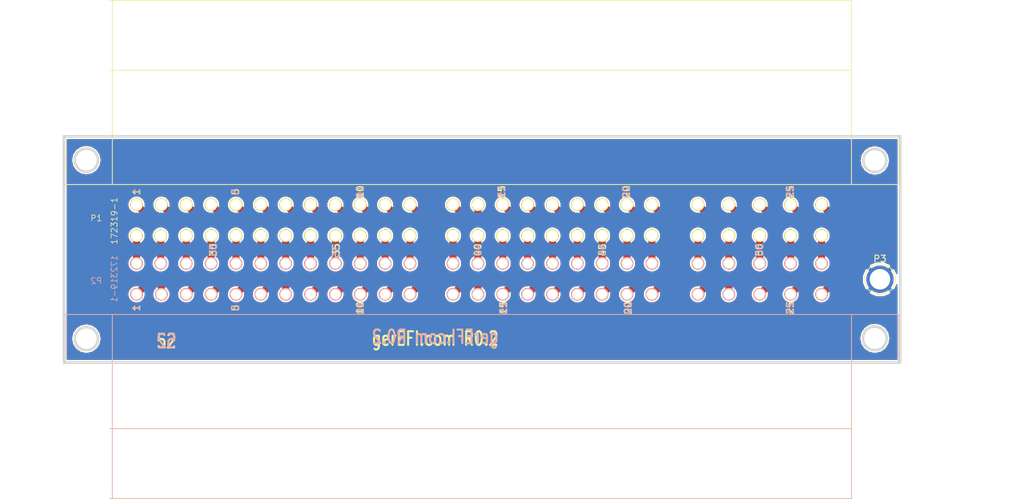
<source format=kicad_pcb>
(kicad_pcb (version 4) (host pcbnew 4.0.5)

  (general
    (links 52)
    (no_connects 0)
    (area 60.134499 98.234499 184.975501 132.270501)
    (thickness 1.6002)
    (drawings 48)
    (tracks 148)
    (zones 0)
    (modules 3)
    (nets 54)
  )

  (page A)
  (title_block
    (title "ECU adapter")
    (date 2018-12-21)
    (rev R0.2)
    (company "DAECU for gerEFI")
  )

  (layers
    (0 F.Cu signal)
    (31 B.Cu signal)
    (32 B.Adhes user)
    (33 F.Adhes user)
    (34 B.Paste user)
    (35 F.Paste user)
    (36 B.SilkS user)
    (37 F.SilkS user)
    (38 B.Mask user)
    (39 F.Mask user)
    (40 Dwgs.User user)
    (41 Cmts.User user)
    (42 Eco1.User user)
    (43 Eco2.User user)
    (44 Edge.Cuts user)
  )

  (setup
    (last_trace_width 0.2032)
    (trace_clearance 0.254)
    (zone_clearance 0.2159)
    (zone_45_only no)
    (trace_min 0.2032)
    (segment_width 0.381)
    (edge_width 0.381)
    (via_size 0.889)
    (via_drill 0.635)
    (via_min_size 0.889)
    (via_min_drill 0.508)
    (uvia_size 0.508)
    (uvia_drill 0.127)
    (uvias_allowed no)
    (uvia_min_size 0.508)
    (uvia_min_drill 0.127)
    (pcb_text_width 0.3048)
    (pcb_text_size 1.524 2.032)
    (mod_edge_width 0.381)
    (mod_text_size 1.524 1.524)
    (mod_text_width 0.3048)
    (pad_size 1.4224 1.4224)
    (pad_drill 1.016)
    (pad_to_mask_clearance 0.0762)
    (aux_axis_origin 0 0)
    (visible_elements 7FFFFF7F)
    (pcbplotparams
      (layerselection 0x010fc_80000001)
      (usegerberextensions true)
      (excludeedgelayer true)
      (linewidth 0.150000)
      (plotframeref false)
      (viasonmask false)
      (mode 1)
      (useauxorigin false)
      (hpglpennumber 1)
      (hpglpenspeed 20)
      (hpglpendiameter 15)
      (hpglpenoverlay 0)
      (psnegative false)
      (psa4output false)
      (plotreference true)
      (plotvalue true)
      (plotinvisibletext false)
      (padsonsilk false)
      (subtractmaskfromsilk false)
      (outputformat 1)
      (mirror false)
      (drillshape 0)
      (scaleselection 1)
      (outputdirectory Gerbers/))
  )

  (net 0 "")
  (net 1 GND)
  (net 2 "Net-(P1-Pad1)")
  (net 3 "Net-(P1-Pad48)")
  (net 4 "Net-(P1-Pad52)")
  (net 5 "Net-(P1-Pad51)")
  (net 6 "Net-(P1-Pad50)")
  (net 7 "Net-(P1-Pad49)")
  (net 8 "Net-(P1-Pad47)")
  (net 9 "Net-(P1-Pad46)")
  (net 10 "Net-(P1-Pad2)")
  (net 11 "Net-(P1-Pad3)")
  (net 12 "Net-(P1-Pad4)")
  (net 13 "Net-(P1-Pad5)")
  (net 14 "Net-(P1-Pad6)")
  (net 15 "Net-(P1-Pad7)")
  (net 16 "Net-(P1-Pad8)")
  (net 17 "Net-(P1-Pad9)")
  (net 18 "Net-(P1-Pad10)")
  (net 19 "Net-(P1-Pad11)")
  (net 20 "Net-(P1-Pad12)")
  (net 21 "Net-(P1-Pad13)")
  (net 22 "Net-(P1-Pad14)")
  (net 23 "Net-(P1-Pad15)")
  (net 24 "Net-(P1-Pad16)")
  (net 25 "Net-(P1-Pad17)")
  (net 26 "Net-(P1-Pad18)")
  (net 27 "Net-(P1-Pad19)")
  (net 28 "Net-(P1-Pad20)")
  (net 29 "Net-(P1-Pad21)")
  (net 30 "Net-(P1-Pad22)")
  (net 31 "Net-(P1-Pad23)")
  (net 32 "Net-(P1-Pad24)")
  (net 33 "Net-(P1-Pad25)")
  (net 34 "Net-(P1-Pad26)")
  (net 35 "Net-(P1-Pad27)")
  (net 36 "Net-(P1-Pad28)")
  (net 37 "Net-(P1-Pad29)")
  (net 38 "Net-(P1-Pad30)")
  (net 39 "Net-(P1-Pad31)")
  (net 40 "Net-(P1-Pad32)")
  (net 41 "Net-(P1-Pad33)")
  (net 42 "Net-(P1-Pad34)")
  (net 43 "Net-(P1-Pad35)")
  (net 44 "Net-(P1-Pad36)")
  (net 45 "Net-(P1-Pad37)")
  (net 46 "Net-(P1-Pad38)")
  (net 47 "Net-(P1-Pad39)")
  (net 48 "Net-(P1-Pad40)")
  (net 49 "Net-(P1-Pad41)")
  (net 50 "Net-(P1-Pad42)")
  (net 51 "Net-(P1-Pad43)")
  (net 52 "Net-(P1-Pad44)")
  (net 53 "Net-(P1-Pad45)")

  (net_class Default "This is the default net class."
    (clearance 0.254)
    (trace_width 0.2032)
    (via_dia 0.889)
    (via_drill 0.635)
    (uvia_dia 0.508)
    (uvia_drill 0.127)
  )

  (net_class 2.5A-1Oz_ext ""
    (clearance 0.254)
    (trace_width 1.046333)
    (via_dia 0.889)
    (via_drill 0.635)
    (uvia_dia 0.508)
    (uvia_drill 0.127)
    (add_net GND)
    (add_net "Net-(P1-Pad1)")
    (add_net "Net-(P1-Pad10)")
    (add_net "Net-(P1-Pad11)")
    (add_net "Net-(P1-Pad12)")
    (add_net "Net-(P1-Pad13)")
    (add_net "Net-(P1-Pad14)")
    (add_net "Net-(P1-Pad15)")
    (add_net "Net-(P1-Pad16)")
    (add_net "Net-(P1-Pad17)")
    (add_net "Net-(P1-Pad18)")
    (add_net "Net-(P1-Pad19)")
    (add_net "Net-(P1-Pad2)")
    (add_net "Net-(P1-Pad20)")
    (add_net "Net-(P1-Pad21)")
    (add_net "Net-(P1-Pad22)")
    (add_net "Net-(P1-Pad23)")
    (add_net "Net-(P1-Pad24)")
    (add_net "Net-(P1-Pad25)")
    (add_net "Net-(P1-Pad26)")
    (add_net "Net-(P1-Pad27)")
    (add_net "Net-(P1-Pad28)")
    (add_net "Net-(P1-Pad29)")
    (add_net "Net-(P1-Pad3)")
    (add_net "Net-(P1-Pad30)")
    (add_net "Net-(P1-Pad31)")
    (add_net "Net-(P1-Pad32)")
    (add_net "Net-(P1-Pad33)")
    (add_net "Net-(P1-Pad34)")
    (add_net "Net-(P1-Pad35)")
    (add_net "Net-(P1-Pad36)")
    (add_net "Net-(P1-Pad37)")
    (add_net "Net-(P1-Pad38)")
    (add_net "Net-(P1-Pad39)")
    (add_net "Net-(P1-Pad4)")
    (add_net "Net-(P1-Pad40)")
    (add_net "Net-(P1-Pad41)")
    (add_net "Net-(P1-Pad42)")
    (add_net "Net-(P1-Pad43)")
    (add_net "Net-(P1-Pad44)")
    (add_net "Net-(P1-Pad45)")
    (add_net "Net-(P1-Pad46)")
    (add_net "Net-(P1-Pad47)")
    (add_net "Net-(P1-Pad48)")
    (add_net "Net-(P1-Pad49)")
    (add_net "Net-(P1-Pad5)")
    (add_net "Net-(P1-Pad50)")
    (add_net "Net-(P1-Pad51)")
    (add_net "Net-(P1-Pad52)")
    (add_net "Net-(P1-Pad6)")
    (add_net "Net-(P1-Pad7)")
    (add_net "Net-(P1-Pad8)")
    (add_net "Net-(P1-Pad9)")
  )

  (module gerEFI_Lib:172319-1_connector (layer F.Cu) (tedit 5C1CC370) (tstamp 5A805E18)
    (at 71.12 108.585)
    (descr 172319-1_connector)
    (path /5A803BA1)
    (fp_text reference P1 (at -6 2 180) (layer F.SilkS)
      (effects (font (size 0.889 0.889) (thickness 0.1016)))
    )
    (fp_text value 172319-1 (at -3.302 2.413 90) (layer F.SilkS)
      (effects (font (size 0.889 0.889) (thickness 0.1016)))
    )
    (fp_line (start -3.95 -30.4) (end 106.35 -30.4) (layer F.SilkS) (width 0.127))
    (fp_line (start 113.4 -3) (end 106.4 -3) (layer F.SilkS) (width 0.127))
    (fp_line (start 113.4 -10.2) (end 113.4 -3) (layer F.SilkS) (width 0.127))
    (fp_line (start 106.4 -30.4) (end 106.4 -3) (layer F.SilkS) (width 0.127))
    (fp_line (start 113.4 -10.2) (end 106.4 -10.2) (layer F.SilkS) (width 0.127))
    (fp_line (start -3.6 -3) (end 106.35 -3) (layer F.SilkS) (width 0.127))
    (fp_line (start -3.6 -30.4) (end -3.6 -3) (layer F.SilkS) (width 0.127))
    (fp_line (start -3.6 -10.2) (end -10.6 -10.2) (layer F.SilkS) (width 0.127))
    (fp_line (start -10.6 -10.2) (end -10.6 -3) (layer F.SilkS) (width 0.127))
    (fp_line (start -10.6 -3) (end -3.6 -3) (layer F.SilkS) (width 0.127))
    (fp_line (start -3.95 -20) (end 106.35 -20) (layer F.SilkS) (width 0.127))
    (fp_circle (center 109.85 -6.6) (end 111.525 -6.6) (layer F.SilkS) (width 0.127))
    (fp_circle (center -7.45 -6.6) (end -9.125 -6.6) (layer F.SilkS) (width 0.127))
    (pad 1 thru_hole circle (at 0 0) (size 1.89954 1.89954) (drill 1.50076) (layers *.Cu *.Mask F.SilkS)
      (net 2 "Net-(P1-Pad1)"))
    (pad 48 thru_hole circle (at 83.55 4.6 180) (size 1.89954 1.89954) (drill 1.50076) (layers *.Cu *.Mask F.SilkS)
      (net 3 "Net-(P1-Pad48)"))
    (pad 52 thru_hole circle (at 101.95 4.6 180) (size 1.89954 1.89954) (drill 1.50076) (layers *.Cu *.Mask F.SilkS)
      (net 4 "Net-(P1-Pad52)"))
    (pad 51 thru_hole circle (at 97.35 4.6 180) (size 1.89954 1.89954) (drill 1.50076) (layers *.Cu *.Mask F.SilkS)
      (net 5 "Net-(P1-Pad51)"))
    (pad 50 thru_hole circle (at 92.75 4.6 180) (size 1.89954 1.89954) (drill 1.50076) (layers *.Cu *.Mask F.SilkS)
      (net 6 "Net-(P1-Pad50)"))
    (pad 49 thru_hole circle (at 88.15 4.6 180) (size 1.89954 1.89954) (drill 1.50076) (layers *.Cu *.Mask F.SilkS)
      (net 7 "Net-(P1-Pad49)"))
    (pad 47 thru_hole circle (at 76.7 4.6 180) (size 1.89954 1.89954) (drill 1.50076) (layers *.Cu *.Mask F.SilkS)
      (net 8 "Net-(P1-Pad47)"))
    (pad 46 thru_hole circle (at 73 4.6 180) (size 1.89954 1.89954) (drill 1.50076) (layers *.Cu *.Mask F.SilkS)
      (net 9 "Net-(P1-Pad46)"))
    (pad 2 thru_hole circle (at 3.7 0) (size 1.89954 1.89954) (drill 1.50076) (layers *.Cu *.Mask F.SilkS)
      (net 10 "Net-(P1-Pad2)"))
    (pad 3 thru_hole circle (at 7.4 0) (size 1.89954 1.89954) (drill 1.50076) (layers *.Cu *.Mask F.SilkS)
      (net 11 "Net-(P1-Pad3)"))
    (pad 4 thru_hole circle (at 11.1 0) (size 1.89954 1.89954) (drill 1.50076) (layers *.Cu *.Mask F.SilkS)
      (net 12 "Net-(P1-Pad4)"))
    (pad 5 thru_hole circle (at 14.8 0) (size 1.89954 1.89954) (drill 1.50076) (layers *.Cu *.Mask F.SilkS)
      (net 13 "Net-(P1-Pad5)"))
    (pad 6 thru_hole circle (at 18.5 0) (size 1.89954 1.89954) (drill 1.50076) (layers *.Cu *.Mask F.SilkS)
      (net 14 "Net-(P1-Pad6)"))
    (pad 7 thru_hole circle (at 22.2 0) (size 1.89954 1.89954) (drill 1.50076) (layers *.Cu *.Mask F.SilkS)
      (net 15 "Net-(P1-Pad7)"))
    (pad 8 thru_hole circle (at 25.9 0) (size 1.89954 1.89954) (drill 1.50076) (layers *.Cu *.Mask F.SilkS)
      (net 16 "Net-(P1-Pad8)"))
    (pad 9 thru_hole circle (at 29.6 0) (size 1.89954 1.89954) (drill 1.50076) (layers *.Cu *.Mask F.SilkS)
      (net 17 "Net-(P1-Pad9)"))
    (pad 10 thru_hole circle (at 33.3 0) (size 1.89954 1.89954) (drill 1.50076) (layers *.Cu *.Mask F.SilkS)
      (net 18 "Net-(P1-Pad10)"))
    (pad 11 thru_hole circle (at 37 0) (size 1.89954 1.89954) (drill 1.50076) (layers *.Cu *.Mask F.SilkS)
      (net 19 "Net-(P1-Pad11)"))
    (pad 12 thru_hole circle (at 40.7 0) (size 1.89954 1.89954) (drill 1.50076) (layers *.Cu *.Mask F.SilkS)
      (net 20 "Net-(P1-Pad12)"))
    (pad 13 thru_hole circle (at 47.1 0) (size 1.89954 1.89954) (drill 1.50076) (layers *.Cu *.Mask F.SilkS)
      (net 21 "Net-(P1-Pad13)"))
    (pad 14 thru_hole circle (at 50.8 0) (size 1.89954 1.89954) (drill 1.50076) (layers *.Cu *.Mask F.SilkS)
      (net 22 "Net-(P1-Pad14)"))
    (pad 15 thru_hole circle (at 54.5 0) (size 1.89954 1.89954) (drill 1.50076) (layers *.Cu *.Mask F.SilkS)
      (net 23 "Net-(P1-Pad15)"))
    (pad 16 thru_hole circle (at 58.2 0) (size 1.89954 1.89954) (drill 1.50076) (layers *.Cu *.Mask F.SilkS)
      (net 24 "Net-(P1-Pad16)"))
    (pad 17 thru_hole circle (at 61.9 0) (size 1.89954 1.89954) (drill 1.50076) (layers *.Cu *.Mask F.SilkS)
      (net 25 "Net-(P1-Pad17)"))
    (pad 18 thru_hole circle (at 65.6 0) (size 1.89954 1.89954) (drill 1.50076) (layers *.Cu *.Mask F.SilkS)
      (net 26 "Net-(P1-Pad18)"))
    (pad 19 thru_hole circle (at 69.3 0) (size 1.89954 1.89954) (drill 1.50076) (layers *.Cu *.Mask F.SilkS)
      (net 27 "Net-(P1-Pad19)"))
    (pad 20 thru_hole circle (at 73 0) (size 1.89954 1.89954) (drill 1.50076) (layers *.Cu *.Mask F.SilkS)
      (net 28 "Net-(P1-Pad20)"))
    (pad 21 thru_hole circle (at 76.7 0) (size 1.89954 1.89954) (drill 1.50076) (layers *.Cu *.Mask F.SilkS)
      (net 29 "Net-(P1-Pad21)"))
    (pad 22 thru_hole circle (at 83.55 0) (size 1.89954 1.89954) (drill 1.50076) (layers *.Cu *.Mask F.SilkS)
      (net 30 "Net-(P1-Pad22)"))
    (pad 23 thru_hole circle (at 88.15 0) (size 1.89954 1.89954) (drill 1.50076) (layers *.Cu *.Mask F.SilkS)
      (net 31 "Net-(P1-Pad23)"))
    (pad 24 thru_hole circle (at 92.75 0 180) (size 1.89954 1.89954) (drill 1.50076) (layers *.Cu *.Mask F.SilkS)
      (net 32 "Net-(P1-Pad24)"))
    (pad 25 thru_hole circle (at 97.35 0 180) (size 1.89954 1.89954) (drill 1.50076) (layers *.Cu *.Mask F.SilkS)
      (net 33 "Net-(P1-Pad25)"))
    (pad 26 thru_hole circle (at 101.95 0 180) (size 1.89954 1.89954) (drill 1.50076) (layers *.Cu *.Mask F.SilkS)
      (net 34 "Net-(P1-Pad26)"))
    (pad 27 thru_hole circle (at 0 4.6 180) (size 1.89954 1.89954) (drill 1.50076) (layers *.Cu *.Mask F.SilkS)
      (net 35 "Net-(P1-Pad27)"))
    (pad 28 thru_hole circle (at 3.6 4.6 180) (size 1.89954 1.89954) (drill 1.50076) (layers *.Cu *.Mask F.SilkS)
      (net 36 "Net-(P1-Pad28)"))
    (pad 29 thru_hole circle (at 7.4 4.6 180) (size 1.89954 1.89954) (drill 1.50076) (layers *.Cu *.Mask F.SilkS)
      (net 37 "Net-(P1-Pad29)"))
    (pad 30 thru_hole circle (at 11.1 4.6 180) (size 1.89954 1.89954) (drill 1.50076) (layers *.Cu *.Mask F.SilkS)
      (net 38 "Net-(P1-Pad30)"))
    (pad 31 thru_hole circle (at 14.8 4.6 180) (size 1.89954 1.89954) (drill 1.50076) (layers *.Cu *.Mask F.SilkS)
      (net 39 "Net-(P1-Pad31)"))
    (pad 32 thru_hole circle (at 18.5 4.6 180) (size 1.89954 1.89954) (drill 1.50076) (layers *.Cu *.Mask F.SilkS)
      (net 40 "Net-(P1-Pad32)"))
    (pad 33 thru_hole circle (at 22.2 4.6 180) (size 1.89954 1.89954) (drill 1.50076) (layers *.Cu *.Mask F.SilkS)
      (net 41 "Net-(P1-Pad33)"))
    (pad 34 thru_hole circle (at 25.9 4.6 180) (size 1.89954 1.89954) (drill 1.50076) (layers *.Cu *.Mask F.SilkS)
      (net 42 "Net-(P1-Pad34)"))
    (pad 35 thru_hole circle (at 29.6 4.6 180) (size 1.89954 1.89954) (drill 1.50076) (layers *.Cu *.Mask F.SilkS)
      (net 43 "Net-(P1-Pad35)"))
    (pad 36 thru_hole circle (at 33.3 4.6 180) (size 1.89954 1.89954) (drill 1.50076) (layers *.Cu *.Mask F.SilkS)
      (net 44 "Net-(P1-Pad36)"))
    (pad 37 thru_hole circle (at 37 4.6 180) (size 1.89954 1.89954) (drill 1.50076) (layers *.Cu *.Mask F.SilkS)
      (net 45 "Net-(P1-Pad37)"))
    (pad 38 thru_hole circle (at 40.7 4.6 180) (size 1.89954 1.89954) (drill 1.50076) (layers *.Cu *.Mask F.SilkS)
      (net 46 "Net-(P1-Pad38)"))
    (pad 39 thru_hole circle (at 47.1 4.6 180) (size 1.89954 1.89954) (drill 1.50076) (layers *.Cu *.Mask F.SilkS)
      (net 47 "Net-(P1-Pad39)"))
    (pad 40 thru_hole circle (at 50.8 4.6 180) (size 1.89954 1.89954) (drill 1.50076) (layers *.Cu *.Mask F.SilkS)
      (net 48 "Net-(P1-Pad40)"))
    (pad 41 thru_hole circle (at 54.5 4.6 180) (size 1.89954 1.89954) (drill 1.50076) (layers *.Cu *.Mask F.SilkS)
      (net 49 "Net-(P1-Pad41)"))
    (pad 42 thru_hole circle (at 58.2 4.6 180) (size 1.89954 1.89954) (drill 1.50076) (layers *.Cu *.Mask F.SilkS)
      (net 50 "Net-(P1-Pad42)"))
    (pad 43 thru_hole circle (at 61.9 4.6 180) (size 1.89954 1.89954) (drill 1.50076) (layers *.Cu *.Mask F.SilkS)
      (net 51 "Net-(P1-Pad43)"))
    (pad 44 thru_hole circle (at 65.6 4.6 180) (size 1.89954 1.89954) (drill 1.50076) (layers *.Cu *.Mask F.SilkS)
      (net 52 "Net-(P1-Pad44)"))
    (pad 45 thru_hole circle (at 69.3 4.6 180) (size 1.89954 1.89954) (drill 1.50076) (layers *.Cu *.Mask F.SilkS)
      (net 53 "Net-(P1-Pad45)"))
    (model ${KISYS3DMOD}../../../../../../Users/Vista_64_D630/Desktop/Jared/code/Hardware/trunk/gerefi.com/gerefi_lib/3d/c-172319-1-k3-3d.wrl
      (at (xyz 2.015 1.18 0.43))
      (scale (xyz 1 1 1))
      (rotate (xyz 270 0 180))
    )
  )

  (module gerEFI_Lib:172319-1_connector (layer B.Cu) (tedit 5C1CC377) (tstamp 5A805E5D)
    (at 71.12 121.92)
    (descr 172319-1_connector)
    (path /5A803B13)
    (fp_text reference P2 (at -6 -2 180) (layer B.SilkS)
      (effects (font (size 0.889 0.889) (thickness 0.1016)) (justify mirror))
    )
    (fp_text value 172319-1 (at -3.302 -2.286 90) (layer B.SilkS)
      (effects (font (size 0.889 0.889) (thickness 0.1016)) (justify mirror))
    )
    (fp_line (start -3.95 30.4) (end 106.35 30.4) (layer B.SilkS) (width 0.127))
    (fp_line (start 113.4 3) (end 106.4 3) (layer B.SilkS) (width 0.127))
    (fp_line (start 113.4 10.2) (end 113.4 3) (layer B.SilkS) (width 0.127))
    (fp_line (start 106.4 30.4) (end 106.4 3) (layer B.SilkS) (width 0.127))
    (fp_line (start 113.4 10.2) (end 106.4 10.2) (layer B.SilkS) (width 0.127))
    (fp_line (start -3.6 3) (end 106.35 3) (layer B.SilkS) (width 0.127))
    (fp_line (start -3.6 30.4) (end -3.6 3) (layer B.SilkS) (width 0.127))
    (fp_line (start -3.6 10.2) (end -10.6 10.2) (layer B.SilkS) (width 0.127))
    (fp_line (start -10.6 10.2) (end -10.6 3) (layer B.SilkS) (width 0.127))
    (fp_line (start -10.6 3) (end -3.6 3) (layer B.SilkS) (width 0.127))
    (fp_line (start -3.95 20) (end 106.35 20) (layer B.SilkS) (width 0.127))
    (fp_circle (center 109.85 6.6) (end 111.525 6.6) (layer B.SilkS) (width 0.127))
    (fp_circle (center -7.45 6.6) (end -9.125 6.6) (layer B.SilkS) (width 0.127))
    (pad 1 thru_hole circle (at 0 0) (size 1.89954 1.89954) (drill 1.50076) (layers *.Cu *.Mask B.SilkS)
      (net 2 "Net-(P1-Pad1)"))
    (pad 48 thru_hole circle (at 83.55 -4.6 180) (size 1.89954 1.89954) (drill 1.50076) (layers *.Cu *.Mask B.SilkS)
      (net 3 "Net-(P1-Pad48)"))
    (pad 52 thru_hole circle (at 101.95 -4.6 180) (size 1.89954 1.89954) (drill 1.50076) (layers *.Cu *.Mask B.SilkS)
      (net 4 "Net-(P1-Pad52)"))
    (pad 51 thru_hole circle (at 97.35 -4.6 180) (size 1.89954 1.89954) (drill 1.50076) (layers *.Cu *.Mask B.SilkS)
      (net 5 "Net-(P1-Pad51)"))
    (pad 50 thru_hole circle (at 92.75 -4.6 180) (size 1.89954 1.89954) (drill 1.50076) (layers *.Cu *.Mask B.SilkS)
      (net 6 "Net-(P1-Pad50)"))
    (pad 49 thru_hole circle (at 88.15 -4.6 180) (size 1.89954 1.89954) (drill 1.50076) (layers *.Cu *.Mask B.SilkS)
      (net 7 "Net-(P1-Pad49)"))
    (pad 47 thru_hole circle (at 76.7 -4.6 180) (size 1.89954 1.89954) (drill 1.50076) (layers *.Cu *.Mask B.SilkS)
      (net 8 "Net-(P1-Pad47)"))
    (pad 46 thru_hole circle (at 73 -4.6 180) (size 1.89954 1.89954) (drill 1.50076) (layers *.Cu *.Mask B.SilkS)
      (net 9 "Net-(P1-Pad46)"))
    (pad 2 thru_hole circle (at 3.7 0) (size 1.89954 1.89954) (drill 1.50076) (layers *.Cu *.Mask B.SilkS)
      (net 10 "Net-(P1-Pad2)"))
    (pad 3 thru_hole circle (at 7.4 0) (size 1.89954 1.89954) (drill 1.50076) (layers *.Cu *.Mask B.SilkS)
      (net 11 "Net-(P1-Pad3)"))
    (pad 4 thru_hole circle (at 11.1 0) (size 1.89954 1.89954) (drill 1.50076) (layers *.Cu *.Mask B.SilkS)
      (net 12 "Net-(P1-Pad4)"))
    (pad 5 thru_hole circle (at 14.8 0) (size 1.89954 1.89954) (drill 1.50076) (layers *.Cu *.Mask B.SilkS)
      (net 13 "Net-(P1-Pad5)"))
    (pad 6 thru_hole circle (at 18.5 0) (size 1.89954 1.89954) (drill 1.50076) (layers *.Cu *.Mask B.SilkS)
      (net 14 "Net-(P1-Pad6)"))
    (pad 7 thru_hole circle (at 22.2 0) (size 1.89954 1.89954) (drill 1.50076) (layers *.Cu *.Mask B.SilkS)
      (net 15 "Net-(P1-Pad7)"))
    (pad 8 thru_hole circle (at 25.9 0) (size 1.89954 1.89954) (drill 1.50076) (layers *.Cu *.Mask B.SilkS)
      (net 16 "Net-(P1-Pad8)"))
    (pad 9 thru_hole circle (at 29.6 0) (size 1.89954 1.89954) (drill 1.50076) (layers *.Cu *.Mask B.SilkS)
      (net 17 "Net-(P1-Pad9)"))
    (pad 10 thru_hole circle (at 33.3 0) (size 1.89954 1.89954) (drill 1.50076) (layers *.Cu *.Mask B.SilkS)
      (net 18 "Net-(P1-Pad10)"))
    (pad 11 thru_hole circle (at 37 0) (size 1.89954 1.89954) (drill 1.50076) (layers *.Cu *.Mask B.SilkS)
      (net 19 "Net-(P1-Pad11)"))
    (pad 12 thru_hole circle (at 40.7 0) (size 1.89954 1.89954) (drill 1.50076) (layers *.Cu *.Mask B.SilkS)
      (net 20 "Net-(P1-Pad12)"))
    (pad 13 thru_hole circle (at 47.1 0) (size 1.89954 1.89954) (drill 1.50076) (layers *.Cu *.Mask B.SilkS)
      (net 21 "Net-(P1-Pad13)"))
    (pad 14 thru_hole circle (at 50.8 0) (size 1.89954 1.89954) (drill 1.50076) (layers *.Cu *.Mask B.SilkS)
      (net 22 "Net-(P1-Pad14)"))
    (pad 15 thru_hole circle (at 54.5 0) (size 1.89954 1.89954) (drill 1.50076) (layers *.Cu *.Mask B.SilkS)
      (net 23 "Net-(P1-Pad15)"))
    (pad 16 thru_hole circle (at 58.2 0) (size 1.89954 1.89954) (drill 1.50076) (layers *.Cu *.Mask B.SilkS)
      (net 24 "Net-(P1-Pad16)"))
    (pad 17 thru_hole circle (at 61.9 0) (size 1.89954 1.89954) (drill 1.50076) (layers *.Cu *.Mask B.SilkS)
      (net 25 "Net-(P1-Pad17)"))
    (pad 18 thru_hole circle (at 65.6 0) (size 1.89954 1.89954) (drill 1.50076) (layers *.Cu *.Mask B.SilkS)
      (net 26 "Net-(P1-Pad18)"))
    (pad 19 thru_hole circle (at 69.3 0) (size 1.89954 1.89954) (drill 1.50076) (layers *.Cu *.Mask B.SilkS)
      (net 27 "Net-(P1-Pad19)"))
    (pad 20 thru_hole circle (at 73 0) (size 1.89954 1.89954) (drill 1.50076) (layers *.Cu *.Mask B.SilkS)
      (net 28 "Net-(P1-Pad20)"))
    (pad 21 thru_hole circle (at 76.7 0) (size 1.89954 1.89954) (drill 1.50076) (layers *.Cu *.Mask B.SilkS)
      (net 29 "Net-(P1-Pad21)"))
    (pad 22 thru_hole circle (at 83.55 0) (size 1.89954 1.89954) (drill 1.50076) (layers *.Cu *.Mask B.SilkS)
      (net 30 "Net-(P1-Pad22)"))
    (pad 23 thru_hole circle (at 88.15 0) (size 1.89954 1.89954) (drill 1.50076) (layers *.Cu *.Mask B.SilkS)
      (net 31 "Net-(P1-Pad23)"))
    (pad 24 thru_hole circle (at 92.75 0 180) (size 1.89954 1.89954) (drill 1.50076) (layers *.Cu *.Mask B.SilkS)
      (net 32 "Net-(P1-Pad24)"))
    (pad 25 thru_hole circle (at 97.35 0 180) (size 1.89954 1.89954) (drill 1.50076) (layers *.Cu *.Mask B.SilkS)
      (net 33 "Net-(P1-Pad25)"))
    (pad 26 thru_hole circle (at 101.95 0 180) (size 1.89954 1.89954) (drill 1.50076) (layers *.Cu *.Mask B.SilkS)
      (net 34 "Net-(P1-Pad26)"))
    (pad 27 thru_hole circle (at 0 -4.6 180) (size 1.89954 1.89954) (drill 1.50076) (layers *.Cu *.Mask B.SilkS)
      (net 35 "Net-(P1-Pad27)"))
    (pad 28 thru_hole circle (at 3.6 -4.6 180) (size 1.89954 1.89954) (drill 1.50076) (layers *.Cu *.Mask B.SilkS)
      (net 36 "Net-(P1-Pad28)"))
    (pad 29 thru_hole circle (at 7.4 -4.6 180) (size 1.89954 1.89954) (drill 1.50076) (layers *.Cu *.Mask B.SilkS)
      (net 37 "Net-(P1-Pad29)"))
    (pad 30 thru_hole circle (at 11.1 -4.6 180) (size 1.89954 1.89954) (drill 1.50076) (layers *.Cu *.Mask B.SilkS)
      (net 38 "Net-(P1-Pad30)"))
    (pad 31 thru_hole circle (at 14.8 -4.6 180) (size 1.89954 1.89954) (drill 1.50076) (layers *.Cu *.Mask B.SilkS)
      (net 39 "Net-(P1-Pad31)"))
    (pad 32 thru_hole circle (at 18.5 -4.6 180) (size 1.89954 1.89954) (drill 1.50076) (layers *.Cu *.Mask B.SilkS)
      (net 40 "Net-(P1-Pad32)"))
    (pad 33 thru_hole circle (at 22.2 -4.6 180) (size 1.89954 1.89954) (drill 1.50076) (layers *.Cu *.Mask B.SilkS)
      (net 41 "Net-(P1-Pad33)"))
    (pad 34 thru_hole circle (at 25.9 -4.6 180) (size 1.89954 1.89954) (drill 1.50076) (layers *.Cu *.Mask B.SilkS)
      (net 42 "Net-(P1-Pad34)"))
    (pad 35 thru_hole circle (at 29.6 -4.6 180) (size 1.89954 1.89954) (drill 1.50076) (layers *.Cu *.Mask B.SilkS)
      (net 43 "Net-(P1-Pad35)"))
    (pad 36 thru_hole circle (at 33.3 -4.6 180) (size 1.89954 1.89954) (drill 1.50076) (layers *.Cu *.Mask B.SilkS)
      (net 44 "Net-(P1-Pad36)"))
    (pad 37 thru_hole circle (at 37 -4.6 180) (size 1.89954 1.89954) (drill 1.50076) (layers *.Cu *.Mask B.SilkS)
      (net 45 "Net-(P1-Pad37)"))
    (pad 38 thru_hole circle (at 40.7 -4.6 180) (size 1.89954 1.89954) (drill 1.50076) (layers *.Cu *.Mask B.SilkS)
      (net 46 "Net-(P1-Pad38)"))
    (pad 39 thru_hole circle (at 47.1 -4.6 180) (size 1.89954 1.89954) (drill 1.50076) (layers *.Cu *.Mask B.SilkS)
      (net 47 "Net-(P1-Pad39)"))
    (pad 40 thru_hole circle (at 50.8 -4.6 180) (size 1.89954 1.89954) (drill 1.50076) (layers *.Cu *.Mask B.SilkS)
      (net 48 "Net-(P1-Pad40)"))
    (pad 41 thru_hole circle (at 54.5 -4.6 180) (size 1.89954 1.89954) (drill 1.50076) (layers *.Cu *.Mask B.SilkS)
      (net 49 "Net-(P1-Pad41)"))
    (pad 42 thru_hole circle (at 58.2 -4.6 180) (size 1.89954 1.89954) (drill 1.50076) (layers *.Cu *.Mask B.SilkS)
      (net 50 "Net-(P1-Pad42)"))
    (pad 43 thru_hole circle (at 61.9 -4.6 180) (size 1.89954 1.89954) (drill 1.50076) (layers *.Cu *.Mask B.SilkS)
      (net 51 "Net-(P1-Pad43)"))
    (pad 44 thru_hole circle (at 65.6 -4.6 180) (size 1.89954 1.89954) (drill 1.50076) (layers *.Cu *.Mask B.SilkS)
      (net 52 "Net-(P1-Pad44)"))
    (pad 45 thru_hole circle (at 69.3 -4.6 180) (size 1.89954 1.89954) (drill 1.50076) (layers *.Cu *.Mask B.SilkS)
      (net 53 "Net-(P1-Pad45)"))
    (model ${KISYS3DMOD}../../../../../../Users/Vista_64_D630/Desktop/Jared/code/Hardware/trunk/gerefi.com/gerefi_lib/3d/c-172319-1-k3-3d.wrl
      (at (xyz 2.015 1.18 0.43))
      (scale (xyz 1 1 1))
      (rotate (xyz 270 0 180))
    )
  )

  (module Connect:1pin (layer F.Cu) (tedit 5A803D86) (tstamp 5A806256)
    (at 181.7624 119.6848)
    (descr "module 1 pin (ou trou mecanique de percage)")
    (tags DEV)
    (path /5A803FEA)
    (fp_text reference P3 (at 0 -3.048) (layer F.SilkS)
      (effects (font (size 1 1) (thickness 0.15)))
    )
    (fp_text value CONN_01X01 (at 0 3) (layer F.Fab) hide
      (effects (font (size 1 1) (thickness 0.15)))
    )
    (fp_circle (center 0 0) (end 2 0.8) (layer F.Fab) (width 0.1))
    (fp_circle (center 0 0) (end 2.6 0) (layer F.CrtYd) (width 0.05))
    (fp_circle (center 0 0) (end 0 -2.286) (layer F.SilkS) (width 0.12))
    (pad 1 thru_hole circle (at 0 0) (size 4.064 4.064) (drill 3.048) (layers *.Cu *.Mask)
      (net 1 GND))
  )

  (gr_text 10 (at 104.394 123.952 90) (layer B.SilkS)
    (effects (font (size 1 1) (thickness 0.2)) (justify mirror))
  )
  (gr_text 5 (at 85.852 123.952 90) (layer B.SilkS)
    (effects (font (size 1 1) (thickness 0.2)) (justify mirror))
  )
  (gr_text 1 (at 71.12 123.952 90) (layer B.SilkS)
    (effects (font (size 1 1) (thickness 0.2)) (justify mirror))
  )
  (gr_text 30 (at 82.55 115.316 90) (layer B.SilkS)
    (effects (font (size 1 1) (thickness 0.2)) (justify mirror))
  )
  (gr_text 35 (at 100.838 115.57 90) (layer B.SilkS)
    (effects (font (size 1 1) (thickness 0.2)) (justify mirror))
  )
  (gr_text 10 (at 104.394 106.68 90) (layer B.SilkS)
    (effects (font (size 1 1) (thickness 0.2)) (justify mirror))
  )
  (gr_text 5 (at 85.852 106.68 90) (layer B.SilkS)
    (effects (font (size 1 1) (thickness 0.2)) (justify mirror))
  )
  (gr_text 1 (at 71.12 106.68 90) (layer B.SilkS)
    (effects (font (size 1 1) (thickness 0.2)) (justify mirror))
  )
  (gr_text 40 (at 121.92 115.316 90) (layer B.SilkS)
    (effects (font (size 1 1) (thickness 0.2)) (justify mirror))
  )
  (gr_text 45 (at 140.462 115.316 90) (layer B.SilkS)
    (effects (font (size 1 1) (thickness 0.2)) (justify mirror))
  )
  (gr_text 50 (at 163.83 115.316 90) (layer B.SilkS)
    (effects (font (size 1 1) (thickness 0.2)) (justify mirror))
  )
  (gr_text 25 (at 168.402 123.952 90) (layer B.SilkS)
    (effects (font (size 1 1) (thickness 0.2)) (justify mirror))
  )
  (gr_text 20 (at 144.272 123.952 90) (layer B.SilkS)
    (effects (font (size 1 1) (thickness 0.2)) (justify mirror))
  )
  (gr_text 15 (at 125.73 123.952 90) (layer B.SilkS)
    (effects (font (size 1 1) (thickness 0.2)) (justify mirror))
  )
  (gr_text 15 (at 125.476 106.68 90) (layer B.SilkS)
    (effects (font (size 1 1) (thickness 0.2)) (justify mirror))
  )
  (gr_text 20 (at 144.018 106.68 90) (layer B.SilkS)
    (effects (font (size 1 1) (thickness 0.2)) (justify mirror))
  )
  (gr_text 25 (at 168.402 106.68 90) (layer B.SilkS)
    (effects (font (size 1 1) (thickness 0.2)) (justify mirror))
  )
  (gr_text 25 (at 168.402 106.68 90) (layer F.SilkS)
    (effects (font (size 1 1) (thickness 0.2)))
  )
  (gr_text 20 (at 144.018 106.68 90) (layer F.SilkS)
    (effects (font (size 1 1) (thickness 0.2)))
  )
  (gr_text 15 (at 125.476 106.68 90) (layer F.SilkS)
    (effects (font (size 1 1) (thickness 0.2)))
  )
  (gr_text 10 (at 104.394 106.68 90) (layer F.SilkS)
    (effects (font (size 1 1) (thickness 0.2)))
  )
  (gr_text 5 (at 85.852 106.68 90) (layer F.SilkS)
    (effects (font (size 1 1) (thickness 0.2)))
  )
  (gr_text 1 (at 71.12 106.68 90) (layer F.SilkS)
    (effects (font (size 1 1) (thickness 0.2)))
  )
  (gr_text 30 (at 82.55 115.316 90) (layer F.SilkS)
    (effects (font (size 1 1) (thickness 0.2)))
  )
  (gr_text 35 (at 100.838 115.316 90) (layer F.SilkS)
    (effects (font (size 1 1) (thickness 0.2)))
  )
  (gr_text 40 (at 121.92 115.316 90) (layer F.SilkS)
    (effects (font (size 1 1) (thickness 0.2)))
  )
  (gr_text 45 (at 140.462 115.316 90) (layer F.SilkS)
    (effects (font (size 1 1) (thickness 0.2)))
  )
  (gr_text 50 (at 163.83 115.316 90) (layer F.SilkS)
    (effects (font (size 1 1) (thickness 0.2)))
  )
  (gr_text 25 (at 168.402 123.952 90) (layer F.SilkS)
    (effects (font (size 1 1) (thickness 0.2)))
  )
  (gr_text 20 (at 144.272 123.952 90) (layer F.SilkS)
    (effects (font (size 1 1) (thickness 0.2)))
  )
  (gr_text 15 (at 125.73 123.952 90) (layer F.SilkS)
    (effects (font (size 1 1) (thickness 0.2)))
  )
  (gr_text 10 (at 104.394 123.952 90) (layer F.SilkS)
    (effects (font (size 1 1) (thickness 0.2)))
  )
  (gr_text 5 (at 85.852 123.952 90) (layer F.SilkS)
    (effects (font (size 1 1) (thickness 0.2)))
  )
  (gr_text 1 (at 71.12 123.952 90) (layer F.SilkS)
    (effects (font (size 1 1) (thickness 0.2)))
  )
  (gr_text 52 (at 75.565 128.905) (layer F.SilkS)
    (effects (font (size 2.032 1.524) (thickness 0.3048)))
  )
  (gr_text 52 (at 75.565 128.905) (layer B.SilkS)
    (effects (font (size 2.032 1.524) (thickness 0.3048)) (justify mirror))
  )
  (gr_text "gerEFI.com R0.2" (at 115.57 128.27) (layer B.SilkS)
    (effects (font (size 2.032 1.524) (thickness 0.3048)) (justify mirror))
  )
  (gr_text "gerEFI.com R0.2" (at 115.57 128.524) (layer F.SilkS)
    (effects (font (size 2.032 1.524) (thickness 0.3048)))
  )
  (dimension 124.46 (width 0.3048) (layer Cmts.User)
    (gr_text "4.9000 in" (at 122.555 93.624401) (layer Cmts.User)
      (effects (font (size 2.032 1.524) (thickness 0.3048)))
    )
    (feature1 (pts (xy 60.325 97.79) (xy 60.325 91.998801)))
    (feature2 (pts (xy 184.785 97.79) (xy 184.785 91.998801)))
    (crossbar (pts (xy 184.785 95.250001) (xy 60.325 95.250001)))
    (arrow1a (pts (xy 60.325 95.250001) (xy 61.451504 94.66358)))
    (arrow1b (pts (xy 60.325 95.250001) (xy 61.451504 95.836422)))
    (arrow2a (pts (xy 184.785 95.250001) (xy 183.658496 94.66358)))
    (arrow2b (pts (xy 184.785 95.250001) (xy 183.658496 95.836422)))
  )
  (dimension 33.655 (width 0.3048) (layer Cmts.User)
    (gr_text "1.3250 in" (at 192.7606 115.2525 90) (layer Cmts.User)
      (effects (font (size 2.032 1.524) (thickness 0.3048)))
    )
    (feature1 (pts (xy 186.055 98.425) (xy 194.3862 98.425)))
    (feature2 (pts (xy 186.055 132.08) (xy 194.3862 132.08)))
    (crossbar (pts (xy 191.135 132.08) (xy 191.135 98.425)))
    (arrow1a (pts (xy 191.135 98.425) (xy 191.721421 99.551504)))
    (arrow1b (pts (xy 191.135 98.425) (xy 190.548579 99.551504)))
    (arrow2a (pts (xy 191.135 132.08) (xy 191.721421 130.953496)))
    (arrow2b (pts (xy 191.135 132.08) (xy 190.548579 130.953496)))
  )
  (gr_circle (center 63.6524 128.524) (end 65.3796 128.524) (layer Edge.Cuts) (width 0.381))
  (gr_circle (center 181.0004 128.4732) (end 179.2224 128.4732) (layer Edge.Cuts) (width 0.381))
  (gr_circle (center 181.0004 102.0064) (end 179.2732 102.0064) (layer Edge.Cuts) (width 0.381))
  (gr_circle (center 63.6524 101.9556) (end 65.3796 102.0064) (layer Edge.Cuts) (width 0.381))
  (gr_line (start 60.325 132.08) (end 60.325 98.425) (angle 90) (layer Edge.Cuts) (width 0.381))
  (gr_line (start 184.785 132.08) (end 60.325 132.08) (angle 90) (layer Edge.Cuts) (width 0.381))
  (gr_line (start 184.785 98.425) (end 184.785 132.08) (angle 90) (layer Edge.Cuts) (width 0.381))
  (gr_line (start 60.325 98.425) (end 184.785 98.425) (angle 90) (layer Edge.Cuts) (width 0.381))

  (segment (start 71.12 121.92) (end 72.846938 120.193062) (width 1.046333) (layer F.Cu) (net 2))
  (segment (start 72.846938 120.193062) (end 72.846938 110.311938) (width 1.046333) (layer F.Cu) (net 2))
  (segment (start 72.846938 110.311938) (end 72.069769 109.534769) (width 1.046333) (layer F.Cu) (net 2))
  (segment (start 72.069769 109.534769) (end 71.12 108.585) (width 1.046333) (layer F.Cu) (net 2))
  (segment (start 154.67 117.32) (end 154.67 113.185) (width 1.046333) (layer F.Cu) (net 3))
  (segment (start 173.07 117.32) (end 173.07 113.185) (width 1.046333) (layer F.Cu) (net 4))
  (segment (start 168.47 117.32) (end 168.47 113.185) (width 1.046333) (layer F.Cu) (net 5))
  (segment (start 163.87 117.32) (end 163.87 113.185) (width 1.046333) (layer F.Cu) (net 6))
  (segment (start 159.27 117.32) (end 159.27 113.185) (width 1.046333) (layer F.Cu) (net 7))
  (segment (start 147.82 117.32) (end 147.82 113.185) (width 1.046333) (layer F.Cu) (net 8))
  (segment (start 144.12 117.32) (end 144.12 113.185) (width 1.046333) (layer F.Cu) (net 9))
  (segment (start 74.82 121.92) (end 74.82 119.775869) (width 1.046333) (layer F.Cu) (net 10))
  (segment (start 74.82 119.775869) (end 76.446938 118.148931) (width 1.046333) (layer F.Cu) (net 10))
  (segment (start 76.446938 118.148931) (end 76.446938 110.211938) (width 1.046333) (layer F.Cu) (net 10))
  (segment (start 76.446938 110.211938) (end 75.769769 109.534769) (width 1.046333) (layer F.Cu) (net 10))
  (segment (start 75.769769 109.534769) (end 74.82 108.585) (width 1.046333) (layer F.Cu) (net 10))
  (segment (start 78.52 121.92) (end 80.246938 120.193062) (width 1.046333) (layer F.Cu) (net 11))
  (segment (start 80.246938 120.193062) (end 80.246938 110.311938) (width 1.046333) (layer F.Cu) (net 11))
  (segment (start 80.246938 110.311938) (end 79.469769 109.534769) (width 1.046333) (layer F.Cu) (net 11))
  (segment (start 79.469769 109.534769) (end 78.52 108.585) (width 1.046333) (layer F.Cu) (net 11))
  (segment (start 82.22 121.92) (end 83.946938 120.193062) (width 1.046333) (layer F.Cu) (net 12))
  (segment (start 83.946938 120.193062) (end 83.946938 116.491069) (width 1.046333) (layer F.Cu) (net 12))
  (segment (start 83.946938 116.491069) (end 83.566 116.110131) (width 1.046333) (layer F.Cu) (net 12))
  (segment (start 83.566 116.110131) (end 83.566 114.394869) (width 1.046333) (layer F.Cu) (net 12))
  (segment (start 83.566 114.394869) (end 83.946938 114.013931) (width 1.046333) (layer F.Cu) (net 12))
  (segment (start 83.946938 114.013931) (end 83.946938 110.311938) (width 1.046333) (layer F.Cu) (net 12))
  (segment (start 83.946938 110.311938) (end 83.169769 109.534769) (width 1.046333) (layer F.Cu) (net 12))
  (segment (start 83.169769 109.534769) (end 82.22 108.585) (width 1.046333) (layer F.Cu) (net 12))
  (segment (start 85.92 121.92) (end 87.646938 120.193062) (width 1.046333) (layer F.Cu) (net 13))
  (segment (start 87.646938 120.193062) (end 87.646938 110.311938) (width 1.046333) (layer F.Cu) (net 13))
  (segment (start 87.646938 110.311938) (end 86.869769 109.534769) (width 1.046333) (layer F.Cu) (net 13))
  (segment (start 86.869769 109.534769) (end 85.92 108.585) (width 1.046333) (layer F.Cu) (net 13))
  (segment (start 89.62 121.92) (end 91.346938 120.193062) (width 1.046333) (layer F.Cu) (net 14))
  (segment (start 91.346938 120.193062) (end 91.346938 110.311938) (width 1.046333) (layer F.Cu) (net 14))
  (segment (start 91.346938 110.311938) (end 90.569769 109.534769) (width 1.046333) (layer F.Cu) (net 14))
  (segment (start 90.569769 109.534769) (end 89.62 108.585) (width 1.046333) (layer F.Cu) (net 14))
  (segment (start 93.32 121.92) (end 93.32 119.875869) (width 1.046333) (layer F.Cu) (net 15))
  (segment (start 93.32 119.875869) (end 95.046938 118.148931) (width 1.046333) (layer F.Cu) (net 15))
  (segment (start 95.046938 118.148931) (end 95.046938 110.311938) (width 1.046333) (layer F.Cu) (net 15))
  (segment (start 95.046938 110.311938) (end 94.269769 109.534769) (width 1.046333) (layer F.Cu) (net 15))
  (segment (start 94.269769 109.534769) (end 93.32 108.585) (width 1.046333) (layer F.Cu) (net 15))
  (segment (start 97.02 121.92) (end 98.746938 120.193062) (width 1.046333) (layer F.Cu) (net 16))
  (segment (start 98.746938 120.193062) (end 98.746938 110.311938) (width 1.046333) (layer F.Cu) (net 16))
  (segment (start 98.746938 110.311938) (end 97.969769 109.534769) (width 1.046333) (layer F.Cu) (net 16))
  (segment (start 97.969769 109.534769) (end 97.02 108.585) (width 1.046333) (layer F.Cu) (net 16))
  (segment (start 100.72 121.92) (end 102.446938 120.193062) (width 1.046333) (layer F.Cu) (net 17))
  (segment (start 102.446938 120.193062) (end 102.446938 110.311938) (width 1.046333) (layer F.Cu) (net 17))
  (segment (start 102.446938 110.311938) (end 101.669769 109.534769) (width 1.046333) (layer F.Cu) (net 17))
  (segment (start 101.669769 109.534769) (end 100.72 108.585) (width 1.046333) (layer F.Cu) (net 17))
  (segment (start 105.369769 109.534769) (end 104.42 108.585) (width 1.046333) (layer F.Cu) (net 18))
  (segment (start 104.42 121.92) (end 106.146938 120.193062) (width 1.046333) (layer F.Cu) (net 18))
  (segment (start 106.146938 120.193062) (end 106.146938 110.311938) (width 1.046333) (layer F.Cu) (net 18))
  (segment (start 106.146938 110.311938) (end 105.369769 109.534769) (width 1.046333) (layer F.Cu) (net 18))
  (segment (start 108.12 121.92) (end 109.846938 120.193062) (width 1.046333) (layer F.Cu) (net 19))
  (segment (start 109.846938 120.193062) (end 109.846938 110.311938) (width 1.046333) (layer F.Cu) (net 19))
  (segment (start 109.846938 110.311938) (end 109.069769 109.534769) (width 1.046333) (layer F.Cu) (net 19))
  (segment (start 109.069769 109.534769) (end 108.12 108.585) (width 1.046333) (layer F.Cu) (net 19))
  (segment (start 111.82 121.92) (end 113.546938 120.193062) (width 1.046333) (layer F.Cu) (net 20))
  (segment (start 113.546938 120.193062) (end 113.546938 110.311938) (width 1.046333) (layer F.Cu) (net 20))
  (segment (start 113.546938 110.311938) (end 112.769769 109.534769) (width 1.046333) (layer F.Cu) (net 20))
  (segment (start 112.769769 109.534769) (end 111.82 108.585) (width 1.046333) (layer F.Cu) (net 20))
  (segment (start 119.169769 109.534769) (end 118.22 108.585) (width 1.046333) (layer F.Cu) (net 21))
  (segment (start 118.22 121.92) (end 119.946938 120.193062) (width 1.046333) (layer F.Cu) (net 21))
  (segment (start 119.946938 120.193062) (end 119.946938 110.311938) (width 1.046333) (layer F.Cu) (net 21))
  (segment (start 119.946938 110.311938) (end 119.169769 109.534769) (width 1.046333) (layer F.Cu) (net 21))
  (segment (start 121.92 121.92) (end 121.92 119.875869) (width 1.046333) (layer F.Cu) (net 22))
  (segment (start 121.92 119.875869) (end 123.646938 118.148931) (width 1.046333) (layer F.Cu) (net 22))
  (segment (start 123.646938 118.148931) (end 123.646938 112.356069) (width 1.046333) (layer F.Cu) (net 22))
  (segment (start 123.646938 112.356069) (end 121.92 110.629131) (width 1.046333) (layer F.Cu) (net 22))
  (segment (start 121.92 110.629131) (end 121.92 108.585) (width 1.046333) (layer F.Cu) (net 22))
  (segment (start 125.62 121.92) (end 127.346938 120.193062) (width 1.046333) (layer F.Cu) (net 23))
  (segment (start 127.346938 120.193062) (end 127.346938 110.311938) (width 1.046333) (layer F.Cu) (net 23))
  (segment (start 127.346938 110.311938) (end 126.569769 109.534769) (width 1.046333) (layer F.Cu) (net 23))
  (segment (start 126.569769 109.534769) (end 125.62 108.585) (width 1.046333) (layer F.Cu) (net 23))
  (segment (start 127.346938 120.193062) (end 127.346938 116.491069) (width 1.046333) (layer F.Cu) (net 23))
  (segment (start 127.346938 116.491069) (end 127 116.144131) (width 1.046333) (layer F.Cu) (net 23))
  (segment (start 127 116.144131) (end 127 114.3) (width 1.046333) (layer F.Cu) (net 23))
  (segment (start 129.32 121.92) (end 131.046938 120.193062) (width 1.046333) (layer F.Cu) (net 24))
  (segment (start 131.046938 120.193062) (end 131.046938 116.491069) (width 1.046333) (layer F.Cu) (net 24))
  (segment (start 131.046938 116.491069) (end 130.620342 116.064473) (width 1.046333) (layer F.Cu) (net 24))
  (segment (start 130.620342 116.064473) (end 130.620342 114.440527) (width 1.046333) (layer F.Cu) (net 24))
  (segment (start 130.620342 114.440527) (end 131.046938 114.013931) (width 1.046333) (layer F.Cu) (net 24))
  (segment (start 131.046938 114.013931) (end 131.046938 110.311938) (width 1.046333) (layer F.Cu) (net 24))
  (segment (start 131.046938 110.311938) (end 130.269769 109.534769) (width 1.046333) (layer F.Cu) (net 24))
  (segment (start 130.269769 109.534769) (end 129.32 108.585) (width 1.046333) (layer F.Cu) (net 24))
  (segment (start 133.02 121.92) (end 134.746938 120.193062) (width 1.046333) (layer F.Cu) (net 25))
  (segment (start 134.746938 120.193062) (end 134.746938 110.311938) (width 1.046333) (layer F.Cu) (net 25))
  (segment (start 134.746938 110.311938) (end 133.969769 109.534769) (width 1.046333) (layer F.Cu) (net 25))
  (segment (start 133.969769 109.534769) (end 133.02 108.585) (width 1.046333) (layer F.Cu) (net 25))
  (segment (start 136.72 121.92) (end 137.668 120.972) (width 1.046333) (layer F.Cu) (net 26))
  (segment (start 137.668 120.972) (end 137.668 118.927869) (width 1.046333) (layer F.Cu) (net 26))
  (segment (start 137.668 118.927869) (end 138.446938 118.148931) (width 1.046333) (layer F.Cu) (net 26))
  (segment (start 138.446938 118.148931) (end 138.446938 110.252938) (width 1.046333) (layer F.Cu) (net 26))
  (segment (start 138.446938 110.252938) (end 136.779 108.585) (width 1.046333) (layer F.Cu) (net 26))
  (segment (start 136.779 108.585) (end 136.72 108.585) (width 1.046333) (layer F.Cu) (net 26))
  (segment (start 140.42 121.92) (end 142.146938 120.193062) (width 1.046333) (layer F.Cu) (net 27))
  (segment (start 142.146938 120.193062) (end 142.146938 110.311938) (width 1.046333) (layer F.Cu) (net 27))
  (segment (start 142.146938 110.311938) (end 141.369769 109.534769) (width 1.046333) (layer F.Cu) (net 27))
  (segment (start 141.369769 109.534769) (end 140.42 108.585) (width 1.046333) (layer F.Cu) (net 27))
  (segment (start 142.146938 120.193062) (end 142.146938 108.110938) (width 1.046333) (layer F.Cu) (net 27))
  (segment (start 144.12 121.92) (end 145.846938 120.193062) (width 1.046333) (layer F.Cu) (net 28))
  (segment (start 145.846938 120.193062) (end 145.846938 110.311938) (width 1.046333) (layer F.Cu) (net 28))
  (segment (start 145.846938 110.311938) (end 145.069769 109.534769) (width 1.046333) (layer F.Cu) (net 28))
  (segment (start 145.069769 109.534769) (end 144.12 108.585) (width 1.046333) (layer F.Cu) (net 28))
  (segment (start 147.82 121.92) (end 149.546938 120.193062) (width 1.046333) (layer F.Cu) (net 29))
  (segment (start 149.546938 120.193062) (end 149.546938 110.311938) (width 1.046333) (layer F.Cu) (net 29))
  (segment (start 149.546938 110.311938) (end 148.769769 109.534769) (width 1.046333) (layer F.Cu) (net 29))
  (segment (start 148.769769 109.534769) (end 147.82 108.585) (width 1.046333) (layer F.Cu) (net 29))
  (segment (start 154.67 121.92) (end 156.396938 120.193062) (width 1.046333) (layer F.Cu) (net 30))
  (segment (start 156.396938 120.193062) (end 156.396938 110.311938) (width 1.046333) (layer F.Cu) (net 30))
  (segment (start 156.396938 110.311938) (end 155.619769 109.534769) (width 1.046333) (layer F.Cu) (net 30))
  (segment (start 155.619769 109.534769) (end 154.67 108.585) (width 1.046333) (layer F.Cu) (net 30))
  (segment (start 159.27 121.92) (end 159.27 119.875869) (width 1.046333) (layer F.Cu) (net 31))
  (segment (start 159.27 119.875869) (end 160.996938 118.148931) (width 1.046333) (layer F.Cu) (net 31))
  (segment (start 160.996938 118.148931) (end 160.996938 110.311938) (width 1.046333) (layer F.Cu) (net 31))
  (segment (start 160.996938 110.311938) (end 160.219769 109.534769) (width 1.046333) (layer F.Cu) (net 31))
  (segment (start 160.219769 109.534769) (end 159.27 108.585) (width 1.046333) (layer F.Cu) (net 31))
  (segment (start 163.87 121.92) (end 165.596938 120.193062) (width 1.046333) (layer F.Cu) (net 32))
  (segment (start 165.596938 120.193062) (end 165.596938 110.311938) (width 1.046333) (layer F.Cu) (net 32))
  (segment (start 165.596938 110.311938) (end 164.819769 109.534769) (width 1.046333) (layer F.Cu) (net 32))
  (segment (start 164.819769 109.534769) (end 163.87 108.585) (width 1.046333) (layer F.Cu) (net 32))
  (segment (start 168.47 121.92) (end 170.196938 120.193062) (width 1.046333) (layer F.Cu) (net 33))
  (segment (start 170.196938 120.193062) (end 170.196938 110.311938) (width 1.046333) (layer F.Cu) (net 33))
  (segment (start 170.196938 110.311938) (end 169.419769 109.534769) (width 1.046333) (layer F.Cu) (net 33))
  (segment (start 169.419769 109.534769) (end 168.47 108.585) (width 1.046333) (layer F.Cu) (net 33))
  (segment (start 173.07 121.92) (end 174.796938 120.193062) (width 1.046333) (layer F.Cu) (net 34))
  (segment (start 174.796938 120.193062) (end 174.796938 110.311938) (width 1.046333) (layer F.Cu) (net 34))
  (segment (start 174.796938 110.311938) (end 174.019769 109.534769) (width 1.046333) (layer F.Cu) (net 34))
  (segment (start 174.019769 109.534769) (end 173.07 108.585) (width 1.046333) (layer F.Cu) (net 34))
  (segment (start 71.12 117.32) (end 71.12 113.185) (width 1.046333) (layer F.Cu) (net 35))
  (segment (start 74.72 117.32) (end 74.72 113.185) (width 1.046333) (layer F.Cu) (net 36))
  (segment (start 78.52 117.32) (end 78.52 113.185) (width 1.046333) (layer F.Cu) (net 37))
  (segment (start 82.22 117.32) (end 82.22 113.185) (width 1.046333) (layer F.Cu) (net 38))
  (segment (start 85.92 117.32) (end 85.92 113.185) (width 1.046333) (layer F.Cu) (net 39))
  (segment (start 89.62 117.32) (end 89.62 113.185) (width 1.046333) (layer F.Cu) (net 40))
  (segment (start 93.32 117.32) (end 93.32 113.185) (width 1.046333) (layer F.Cu) (net 41))
  (segment (start 97.02 117.32) (end 97.02 113.185) (width 1.046333) (layer F.Cu) (net 42))
  (segment (start 100.72 117.32) (end 100.72 113.185) (width 1.046333) (layer F.Cu) (net 43))
  (segment (start 104.42 117.32) (end 104.42 113.185) (width 1.046333) (layer F.Cu) (net 44))
  (segment (start 108.12 117.32) (end 108.12 113.185) (width 1.046333) (layer F.Cu) (net 45))
  (segment (start 111.82 117.32) (end 111.82 113.185) (width 1.046333) (layer F.Cu) (net 46))
  (segment (start 118.22 117.32) (end 118.22 113.185) (width 1.046333) (layer F.Cu) (net 47))
  (segment (start 121.92 117.32) (end 121.92 113.185) (width 1.046333) (layer F.Cu) (net 48))
  (segment (start 125.62 117.32) (end 125.62 113.185) (width 1.046333) (layer F.Cu) (net 49))
  (segment (start 129.32 117.32) (end 129.32 113.185) (width 1.046333) (layer F.Cu) (net 50))
  (segment (start 133.02 117.32) (end 133.02 113.185) (width 1.046333) (layer F.Cu) (net 51))
  (segment (start 136.72 117.32) (end 136.72 113.185) (width 1.046333) (layer F.Cu) (net 52))
  (segment (start 140.42 117.32) (end 140.42 113.185) (width 1.046333) (layer F.Cu) (net 53))

  (zone (net 1) (net_name GND) (layer F.Cu) (tstamp 5897442D) (hatch edge 0.508)
    (connect_pads (clearance 0.2159))
    (min_thickness 0.2159)
    (fill yes (arc_segments 16) (thermal_gap 0.508) (thermal_bridge_width 0.508))
    (polygon
      (pts
        (xy 53.34 91.44) (xy 200.66 91.44) (xy 200.66 149.86) (xy 53.34 149.86)
      )
    )
    (filled_polygon
      (pts
        (xy 184.27065 118.801146) (xy 184.029253 118.218362) (xy 183.662888 117.990858) (xy 181.968946 119.6848) (xy 183.662888 121.378742)
        (xy 184.029253 121.151238) (xy 184.27065 120.54306) (xy 184.27065 131.56565) (xy 60.83935 131.56565) (xy 60.83935 128.524)
        (xy 61.41085 128.524) (xy 61.581478 129.381804) (xy 62.067385 130.109015) (xy 62.794596 130.594922) (xy 63.6524 130.76555)
        (xy 64.510204 130.594922) (xy 65.237415 130.109015) (xy 65.723322 129.381804) (xy 65.89395 128.524) (xy 65.883846 128.4732)
        (xy 178.70805 128.4732) (xy 178.882545 129.350444) (xy 179.379464 130.094136) (xy 180.123156 130.591055) (xy 181.0004 130.76555)
        (xy 181.877644 130.591055) (xy 182.621336 130.094136) (xy 183.118255 129.350444) (xy 183.29275 128.4732) (xy 183.118255 127.595956)
        (xy 182.621336 126.852264) (xy 181.877644 126.355345) (xy 181.0004 126.18085) (xy 180.123156 126.355345) (xy 179.379464 126.852264)
        (xy 178.882545 127.595956) (xy 178.70805 128.4732) (xy 65.883846 128.4732) (xy 65.723322 127.666196) (xy 65.237415 126.938985)
        (xy 64.510204 126.453078) (xy 63.6524 126.28245) (xy 62.794596 126.453078) (xy 62.067385 126.938985) (xy 61.581478 127.666196)
        (xy 61.41085 128.524) (xy 60.83935 128.524) (xy 60.83935 108.844773) (xy 69.808053 108.844773) (xy 70.00733 109.327059)
        (xy 70.376 109.696374) (xy 70.857938 109.896492) (xy 71.18003 109.896773) (xy 71.443895 110.160638) (xy 71.443897 110.160641)
        (xy 71.961822 110.678565) (xy 71.961822 112.171619) (xy 71.864 112.073626) (xy 71.382062 111.873508) (xy 70.860227 111.873053)
        (xy 70.377941 112.07233) (xy 70.008626 112.441) (xy 69.808508 112.922938) (xy 69.808053 113.444773) (xy 70.00733 113.927059)
        (xy 70.234884 114.155011) (xy 70.234884 116.350137) (xy 70.008626 116.576) (xy 69.808508 117.057938) (xy 69.808053 117.579773)
        (xy 70.00733 118.062059) (xy 70.376 118.431374) (xy 70.857938 118.631492) (xy 71.379773 118.631947) (xy 71.862059 118.43267)
        (xy 71.961822 118.333081) (xy 71.961822 119.826435) (xy 71.179925 120.608332) (xy 70.860227 120.608053) (xy 70.377941 120.80733)
        (xy 70.008626 121.176) (xy 69.808508 121.657938) (xy 69.808053 122.179773) (xy 70.00733 122.662059) (xy 70.376 123.031374)
        (xy 70.857938 123.231492) (xy 71.379773 123.231947) (xy 71.862059 123.03267) (xy 72.231374 122.664) (xy 72.431492 122.182062)
        (xy 72.431773 121.859971) (xy 73.472807 120.818936) (xy 73.47281 120.818934) (xy 73.613716 120.608053) (xy 73.664679 120.531782)
        (xy 73.732055 120.193062) (xy 73.732054 120.193057) (xy 73.732054 118.187001) (xy 73.976 118.431374) (xy 74.457938 118.631492)
        (xy 74.712411 118.631714) (xy 74.194128 119.149997) (xy 74.002259 119.437149) (xy 73.934883 119.775869) (xy 73.934884 119.775874)
        (xy 73.934884 120.950137) (xy 73.708626 121.176) (xy 73.508508 121.657938) (xy 73.508053 122.179773) (xy 73.70733 122.662059)
        (xy 74.076 123.031374) (xy 74.557938 123.231492) (xy 75.079773 123.231947) (xy 75.562059 123.03267) (xy 75.931374 122.664)
        (xy 76.131492 122.182062) (xy 76.131947 121.660227) (xy 75.93267 121.177941) (xy 75.705116 120.949989) (xy 75.705116 120.142497)
        (xy 77.072807 118.774805) (xy 77.07281 118.774803) (xy 77.19686 118.589149) (xy 77.264679 118.487651) (xy 77.332055 118.148931)
        (xy 77.332054 118.148926) (xy 77.332054 117.879878) (xy 77.40733 118.062059) (xy 77.776 118.431374) (xy 78.257938 118.631492)
        (xy 78.779773 118.631947) (xy 79.262059 118.43267) (xy 79.361822 118.333081) (xy 79.361822 119.826435) (xy 78.579925 120.608332)
        (xy 78.260227 120.608053) (xy 77.777941 120.80733) (xy 77.408626 121.176) (xy 77.208508 121.657938) (xy 77.208053 122.179773)
        (xy 77.40733 122.662059) (xy 77.776 123.031374) (xy 78.257938 123.231492) (xy 78.779773 123.231947) (xy 79.262059 123.03267)
        (xy 79.631374 122.664) (xy 79.831492 122.182062) (xy 79.831773 121.859971) (xy 80.872807 120.818936) (xy 80.87281 120.818934)
        (xy 81.013716 120.608053) (xy 81.064679 120.531782) (xy 81.132055 120.193062) (xy 81.132054 120.193057) (xy 81.132054 118.086826)
        (xy 81.476 118.431374) (xy 81.957938 118.631492) (xy 82.479773 118.631947) (xy 82.962059 118.43267) (xy 83.061822 118.333081)
        (xy 83.061822 119.826435) (xy 82.279925 120.608332) (xy 81.960227 120.608053) (xy 81.477941 120.80733) (xy 81.108626 121.176)
        (xy 80.908508 121.657938) (xy 80.908053 122.179773) (xy 81.10733 122.662059) (xy 81.476 123.031374) (xy 81.957938 123.231492)
        (xy 82.479773 123.231947) (xy 82.962059 123.03267) (xy 83.331374 122.664) (xy 83.531492 122.182062) (xy 83.531773 121.859971)
        (xy 84.572807 120.818936) (xy 84.57281 120.818934) (xy 84.713716 120.608053) (xy 84.764679 120.531782) (xy 84.832055 120.193062)
        (xy 84.832054 120.193057) (xy 84.832054 118.086826) (xy 85.176 118.431374) (xy 85.657938 118.631492) (xy 86.179773 118.631947)
        (xy 86.662059 118.43267) (xy 86.761822 118.333081) (xy 86.761822 119.826435) (xy 85.979925 120.608332) (xy 85.660227 120.608053)
        (xy 85.177941 120.80733) (xy 84.808626 121.176) (xy 84.608508 121.657938) (xy 84.608053 122.179773) (xy 84.80733 122.662059)
        (xy 85.176 123.031374) (xy 85.657938 123.231492) (xy 86.179773 123.231947) (xy 86.662059 123.03267) (xy 87.031374 122.664)
        (xy 87.231492 122.182062) (xy 87.231773 121.859971) (xy 88.272807 120.818936) (xy 88.27281 120.818934) (xy 88.413716 120.608053)
        (xy 88.464679 120.531782) (xy 88.532055 120.193062) (xy 88.532054 120.193057) (xy 88.532054 118.086826) (xy 88.876 118.431374)
        (xy 89.357938 118.631492) (xy 89.879773 118.631947) (xy 90.362059 118.43267) (xy 90.461822 118.333081) (xy 90.461822 119.826435)
        (xy 89.679925 120.608332) (xy 89.360227 120.608053) (xy 88.877941 120.80733) (xy 88.508626 121.176) (xy 88.308508 121.657938)
        (xy 88.308053 122.179773) (xy 88.50733 122.662059) (xy 88.876 123.031374) (xy 89.357938 123.231492) (xy 89.879773 123.231947)
        (xy 90.362059 123.03267) (xy 90.731374 122.664) (xy 90.931492 122.182062) (xy 90.931773 121.859971) (xy 91.972807 120.818936)
        (xy 91.97281 120.818934) (xy 92.113716 120.608053) (xy 92.164679 120.531782) (xy 92.232055 120.193062) (xy 92.232054 120.193057)
        (xy 92.232054 118.086826) (xy 92.576 118.431374) (xy 93.057938 118.631492) (xy 93.312411 118.631714) (xy 92.694128 119.249997)
        (xy 92.502259 119.537149) (xy 92.434883 119.875869) (xy 92.434884 119.875874) (xy 92.434884 120.950137) (xy 92.208626 121.176)
        (xy 92.008508 121.657938) (xy 92.008053 122.179773) (xy 92.20733 122.662059) (xy 92.576 123.031374) (xy 93.057938 123.231492)
        (xy 93.579773 123.231947) (xy 94.062059 123.03267) (xy 94.431374 122.664) (xy 94.631492 122.182062) (xy 94.631947 121.660227)
        (xy 94.43267 121.177941) (xy 94.205116 120.949989) (xy 94.205116 120.242497) (xy 95.672807 118.774805) (xy 95.67281 118.774803)
        (xy 95.79686 118.589149) (xy 95.864679 118.487651) (xy 95.932055 118.148931) (xy 95.932054 118.148926) (xy 95.932054 118.086826)
        (xy 96.276 118.431374) (xy 96.757938 118.631492) (xy 97.279773 118.631947) (xy 97.762059 118.43267) (xy 97.861822 118.333081)
        (xy 97.861822 119.826435) (xy 97.079925 120.608332) (xy 96.760227 120.608053) (xy 96.277941 120.80733) (xy 95.908626 121.176)
        (xy 95.708508 121.657938) (xy 95.708053 122.179773) (xy 95.90733 122.662059) (xy 96.276 123.031374) (xy 96.757938 123.231492)
        (xy 97.279773 123.231947) (xy 97.762059 123.03267) (xy 98.131374 122.664) (xy 98.331492 122.182062) (xy 98.331773 121.859971)
        (xy 99.372807 120.818936) (xy 99.37281 120.818934) (xy 99.513716 120.608053) (xy 99.564679 120.531782) (xy 99.632055 120.193062)
        (xy 99.632054 120.193057) (xy 99.632054 118.086826) (xy 99.976 118.431374) (xy 100.457938 118.631492) (xy 100.979773 118.631947)
        (xy 101.462059 118.43267) (xy 101.561822 118.333081) (xy 101.561822 119.826435) (xy 100.779925 120.608332) (xy 100.460227 120.608053)
        (xy 99.977941 120.80733) (xy 99.608626 121.176) (xy 99.408508 121.657938) (xy 99.408053 122.179773) (xy 99.60733 122.662059)
        (xy 99.976 123.031374) (xy 100.457938 123.231492) (xy 100.979773 123.231947) (xy 101.462059 123.03267) (xy 101.831374 122.664)
        (xy 102.031492 122.182062) (xy 102.031773 121.859971) (xy 103.072807 120.818936) (xy 103.07281 120.818934) (xy 103.213716 120.608053)
        (xy 103.264679 120.531782) (xy 103.332055 120.193062) (xy 103.332054 120.193057) (xy 103.332054 118.086826) (xy 103.676 118.431374)
        (xy 104.157938 118.631492) (xy 104.679773 118.631947) (xy 105.162059 118.43267) (xy 105.261822 118.333081) (xy 105.261822 119.826435)
        (xy 104.479925 120.608332) (xy 104.160227 120.608053) (xy 103.677941 120.80733) (xy 103.308626 121.176) (xy 103.108508 121.657938)
        (xy 103.108053 122.179773) (xy 103.30733 122.662059) (xy 103.676 123.031374) (xy 104.157938 123.231492) (xy 104.679773 123.231947)
        (xy 105.162059 123.03267) (xy 105.531374 122.664) (xy 105.731492 122.182062) (xy 105.731773 121.859971) (xy 106.772807 120.818936)
        (xy 106.77281 120.818934) (xy 106.913716 120.608053) (xy 106.964679 120.531782) (xy 107.032055 120.193062) (xy 107.032054 120.193057)
        (xy 107.032054 118.086826) (xy 107.376 118.431374) (xy 107.857938 118.631492) (xy 108.379773 118.631947) (xy 108.862059 118.43267)
        (xy 108.961822 118.333081) (xy 108.961822 119.826435) (xy 108.179925 120.608332) (xy 107.860227 120.608053) (xy 107.377941 120.80733)
        (xy 107.008626 121.176) (xy 106.808508 121.657938) (xy 106.808053 122.179773) (xy 107.00733 122.662059) (xy 107.376 123.031374)
        (xy 107.857938 123.231492) (xy 108.379773 123.231947) (xy 108.862059 123.03267) (xy 109.231374 122.664) (xy 109.431492 122.182062)
        (xy 109.431773 121.859971) (xy 110.472807 120.818936) (xy 110.47281 120.818934) (xy 110.613716 120.608053) (xy 110.664679 120.531782)
        (xy 110.732055 120.193062) (xy 110.732054 120.193057) (xy 110.732054 118.086826) (xy 111.076 118.431374) (xy 111.557938 118.631492)
        (xy 112.079773 118.631947) (xy 112.562059 118.43267) (xy 112.661822 118.333081) (xy 112.661822 119.826435) (xy 111.879925 120.608332)
        (xy 111.560227 120.608053) (xy 111.077941 120.80733) (xy 110.708626 121.176) (xy 110.508508 121.657938) (xy 110.508053 122.179773)
        (xy 110.70733 122.662059) (xy 111.076 123.031374) (xy 111.557938 123.231492) (xy 112.079773 123.231947) (xy 112.562059 123.03267)
        (xy 112.931374 122.664) (xy 113.131492 122.182062) (xy 113.131773 121.859971) (xy 114.172807 120.818936) (xy 114.17281 120.818934)
        (xy 114.313716 120.608053) (xy 114.364679 120.531782) (xy 114.432055 120.193062) (xy 114.432054 120.193057) (xy 114.432054 110.311943)
        (xy 114.432055 110.311938) (xy 114.364679 109.973218) (xy 114.256549 109.81139) (xy 114.17281 109.686066) (xy 114.172807 109.686064)
        (xy 113.395641 108.908897) (xy 113.395638 108.908895) (xy 113.331516 108.844773) (xy 116.908053 108.844773) (xy 117.10733 109.327059)
        (xy 117.476 109.696374) (xy 117.957938 109.896492) (xy 118.28003 109.896773) (xy 118.543895 110.160638) (xy 118.543897 110.160641)
        (xy 119.061822 110.678565) (xy 119.061822 112.171619) (xy 118.964 112.073626) (xy 118.482062 111.873508) (xy 117.960227 111.873053)
        (xy 117.477941 112.07233) (xy 117.108626 112.441) (xy 116.908508 112.922938) (xy 116.908053 113.444773) (xy 117.10733 113.927059)
        (xy 117.334884 114.155011) (xy 117.334884 116.350137) (xy 117.108626 116.576) (xy 116.908508 117.057938) (xy 116.908053 117.579773)
        (xy 117.10733 118.062059) (xy 117.476 118.431374) (xy 117.957938 118.631492) (xy 118.479773 118.631947) (xy 118.962059 118.43267)
        (xy 119.061822 118.333081) (xy 119.061822 119.826435) (xy 118.279925 120.608332) (xy 117.960227 120.608053) (xy 117.477941 120.80733)
        (xy 117.108626 121.176) (xy 116.908508 121.657938) (xy 116.908053 122.179773) (xy 117.10733 122.662059) (xy 117.476 123.031374)
        (xy 117.957938 123.231492) (xy 118.479773 123.231947) (xy 118.962059 123.03267) (xy 119.331374 122.664) (xy 119.531492 122.182062)
        (xy 119.531773 121.859971) (xy 120.572807 120.818936) (xy 120.57281 120.818934) (xy 120.713716 120.608053) (xy 120.764679 120.531782)
        (xy 120.832055 120.193062) (xy 120.832054 120.193057) (xy 120.832054 118.086826) (xy 121.176 118.431374) (xy 121.657938 118.631492)
        (xy 121.912411 118.631714) (xy 121.294128 119.249997) (xy 121.102259 119.537149) (xy 121.034883 119.875869) (xy 121.034884 119.875874)
        (xy 121.034884 120.950137) (xy 120.808626 121.176) (xy 120.608508 121.657938) (xy 120.608053 122.179773) (xy 120.80733 122.662059)
        (xy 121.176 123.031374) (xy 121.657938 123.231492) (xy 122.179773 123.231947) (xy 122.662059 123.03267) (xy 123.031374 122.664)
        (xy 123.231492 122.182062) (xy 123.231947 121.660227) (xy 123.03267 121.177941) (xy 122.805116 120.949989) (xy 122.805116 120.242497)
        (xy 124.272807 118.774805) (xy 124.27281 118.774803) (xy 124.39686 118.589149) (xy 124.464679 118.487651) (xy 124.532055 118.148931)
        (xy 124.532054 118.148926) (xy 124.532054 118.086826) (xy 124.876 118.431374) (xy 125.357938 118.631492) (xy 125.879773 118.631947)
        (xy 126.362059 118.43267) (xy 126.461822 118.333081) (xy 126.461822 119.826435) (xy 125.679925 120.608332) (xy 125.360227 120.608053)
        (xy 124.877941 120.80733) (xy 124.508626 121.176) (xy 124.308508 121.657938) (xy 124.308053 122.179773) (xy 124.50733 122.662059)
        (xy 124.876 123.031374) (xy 125.357938 123.231492) (xy 125.879773 123.231947) (xy 126.362059 123.03267) (xy 126.731374 122.664)
        (xy 126.931492 122.182062) (xy 126.931773 121.859971) (xy 127.972807 120.818936) (xy 127.97281 120.818934) (xy 128.113716 120.608053)
        (xy 128.164679 120.531782) (xy 128.232055 120.193062) (xy 128.232054 120.193057) (xy 128.232054 118.086826) (xy 128.576 118.431374)
        (xy 129.057938 118.631492) (xy 129.579773 118.631947) (xy 130.062059 118.43267) (xy 130.161822 118.333081) (xy 130.161822 119.826435)
        (xy 129.379925 120.608332) (xy 129.060227 120.608053) (xy 128.577941 120.80733) (xy 128.208626 121.176) (xy 128.008508 121.657938)
        (xy 128.008053 122.179773) (xy 128.20733 122.662059) (xy 128.576 123.031374) (xy 129.057938 123.231492) (xy 129.579773 123.231947)
        (xy 130.062059 123.03267) (xy 130.431374 122.664) (xy 130.631492 122.182062) (xy 130.631773 121.859971) (xy 131.672807 120.818936)
        (xy 131.67281 120.818934) (xy 131.813716 120.608053) (xy 131.864679 120.531782) (xy 131.932055 120.193062) (xy 131.932054 120.193057)
        (xy 131.932054 118.086826) (xy 132.276 118.431374) (xy 132.757938 118.631492) (xy 133.279773 118.631947) (xy 133.762059 118.43267)
        (xy 133.861822 118.333081) (xy 133.861822 119.826435) (xy 133.079925 120.608332) (xy 132.760227 120.608053) (xy 132.277941 120.80733)
        (xy 131.908626 121.176) (xy 131.708508 121.657938) (xy 131.708053 122.179773) (xy 131.90733 122.662059) (xy 132.276 123.031374)
        (xy 132.757938 123.231492) (xy 133.279773 123.231947) (xy 133.762059 123.03267) (xy 134.131374 122.664) (xy 134.331492 122.182062)
        (xy 134.331773 121.859971) (xy 135.372807 120.818936) (xy 135.37281 120.818934) (xy 135.513716 120.608053) (xy 135.564679 120.531782)
        (xy 135.632055 120.193062) (xy 135.632054 120.193057) (xy 135.632054 118.086826) (xy 135.976 118.431374) (xy 136.457938 118.631492)
        (xy 136.84177 118.631827) (xy 136.782883 118.927869) (xy 136.782884 118.927874) (xy 136.782884 120.605373) (xy 136.779925 120.608332)
        (xy 136.460227 120.608053) (xy 135.977941 120.80733) (xy 135.608626 121.176) (xy 135.408508 121.657938) (xy 135.408053 122.179773)
        (xy 135.60733 122.662059) (xy 135.976 123.031374) (xy 136.457938 123.231492) (xy 136.979773 123.231947) (xy 137.462059 123.03267)
        (xy 137.831374 122.664) (xy 138.031492 122.182062) (xy 138.031773 121.85997) (xy 138.293869 121.597874) (xy 138.293872 121.597872)
        (xy 138.485741 121.310719) (xy 138.553116 120.972) (xy 138.553116 119.294497) (xy 139.072807 118.774805) (xy 139.07281 118.774803)
        (xy 139.264679 118.48765) (xy 139.275873 118.431374) (xy 139.332055 118.148931) (xy 139.332054 118.148926) (xy 139.332054 118.086826)
        (xy 139.676 118.431374) (xy 140.157938 118.631492) (xy 140.679773 118.631947) (xy 141.162059 118.43267) (xy 141.261822 118.333081)
        (xy 141.261822 119.826435) (xy 140.479925 120.608332) (xy 140.160227 120.608053) (xy 139.677941 120.80733) (xy 139.308626 121.176)
        (xy 139.108508 121.657938) (xy 139.108053 122.179773) (xy 139.30733 122.662059) (xy 139.676 123.031374) (xy 140.157938 123.231492)
        (xy 140.679773 123.231947) (xy 141.162059 123.03267) (xy 141.531374 122.664) (xy 141.731492 122.182062) (xy 141.731773 121.859971)
        (xy 142.772807 120.818936) (xy 142.77281 120.818934) (xy 142.913716 120.608053) (xy 142.964679 120.531782) (xy 143.032055 120.193062)
        (xy 143.032054 120.193057) (xy 143.032054 118.086826) (xy 143.376 118.431374) (xy 143.857938 118.631492) (xy 144.379773 118.631947)
        (xy 144.862059 118.43267) (xy 144.961822 118.333081) (xy 144.961822 119.826435) (xy 144.179925 120.608332) (xy 143.860227 120.608053)
        (xy 143.377941 120.80733) (xy 143.008626 121.176) (xy 142.808508 121.657938) (xy 142.808053 122.179773) (xy 143.00733 122.662059)
        (xy 143.376 123.031374) (xy 143.857938 123.231492) (xy 144.379773 123.231947) (xy 144.862059 123.03267) (xy 145.231374 122.664)
        (xy 145.431492 122.182062) (xy 145.431773 121.859971) (xy 146.472807 120.818936) (xy 146.47281 120.818934) (xy 146.613716 120.608053)
        (xy 146.664679 120.531782) (xy 146.732055 120.193062) (xy 146.732054 120.193057) (xy 146.732054 118.086826) (xy 147.076 118.431374)
        (xy 147.557938 118.631492) (xy 148.079773 118.631947) (xy 148.562059 118.43267) (xy 148.661822 118.333081) (xy 148.661822 119.826435)
        (xy 147.879925 120.608332) (xy 147.560227 120.608053) (xy 147.077941 120.80733) (xy 146.708626 121.176) (xy 146.508508 121.657938)
        (xy 146.508053 122.179773) (xy 146.70733 122.662059) (xy 147.076 123.031374) (xy 147.557938 123.231492) (xy 148.079773 123.231947)
        (xy 148.562059 123.03267) (xy 148.931374 122.664) (xy 149.131492 122.182062) (xy 149.131773 121.859971) (xy 150.172807 120.818936)
        (xy 150.17281 120.818934) (xy 150.313716 120.608053) (xy 150.364679 120.531782) (xy 150.432055 120.193062) (xy 150.432054 120.193057)
        (xy 150.432054 110.311943) (xy 150.432055 110.311938) (xy 150.364679 109.973218) (xy 150.256549 109.81139) (xy 150.17281 109.686066)
        (xy 150.172807 109.686064) (xy 149.395641 108.908897) (xy 149.395638 108.908895) (xy 149.331516 108.844773) (xy 153.358053 108.844773)
        (xy 153.55733 109.327059) (xy 153.926 109.696374) (xy 154.407938 109.896492) (xy 154.73003 109.896773) (xy 154.993895 110.160638)
        (xy 154.993897 110.160641) (xy 155.511822 110.678565) (xy 155.511822 112.171619) (xy 155.414 112.073626) (xy 154.932062 111.873508)
        (xy 154.410227 111.873053) (xy 153.927941 112.07233) (xy 153.558626 112.441) (xy 153.358508 112.922938) (xy 153.358053 113.444773)
        (xy 153.55733 113.927059) (xy 153.784884 114.155011) (xy 153.784884 116.350137) (xy 153.558626 116.576) (xy 153.358508 117.057938)
        (xy 153.358053 117.579773) (xy 153.55733 118.062059) (xy 153.926 118.431374) (xy 154.407938 118.631492) (xy 154.929773 118.631947)
        (xy 155.412059 118.43267) (xy 155.511822 118.333081) (xy 155.511822 119.826435) (xy 154.729925 120.608332) (xy 154.410227 120.608053)
        (xy 153.927941 120.80733) (xy 153.558626 121.176) (xy 153.358508 121.657938) (xy 153.358053 122.179773) (xy 153.55733 122.662059)
        (xy 153.926 123.031374) (xy 154.407938 123.231492) (xy 154.929773 123.231947) (xy 155.412059 123.03267) (xy 155.781374 122.664)
        (xy 155.981492 122.182062) (xy 155.981773 121.859971) (xy 157.022807 120.818936) (xy 157.02281 120.818934) (xy 157.163716 120.608053)
        (xy 157.214679 120.531782) (xy 157.282055 120.193062) (xy 157.282054 120.193057) (xy 157.282054 110.311943) (xy 157.282055 110.311938)
        (xy 157.214679 109.973218) (xy 157.106549 109.81139) (xy 157.02281 109.686066) (xy 157.022807 109.686064) (xy 156.245641 108.908897)
        (xy 156.245638 108.908895) (xy 156.181516 108.844773) (xy 157.958053 108.844773) (xy 158.15733 109.327059) (xy 158.526 109.696374)
        (xy 159.007938 109.896492) (xy 159.33003 109.896773) (xy 159.593895 110.160638) (xy 159.593897 110.160641) (xy 160.111822 110.678565)
        (xy 160.111822 112.171619) (xy 160.014 112.073626) (xy 159.532062 111.873508) (xy 159.010227 111.873053) (xy 158.527941 112.07233)
        (xy 158.158626 112.441) (xy 157.958508 112.922938) (xy 157.958053 113.444773) (xy 158.15733 113.927059) (xy 158.384884 114.155011)
        (xy 158.384884 116.350137) (xy 158.158626 116.576) (xy 157.958508 117.057938) (xy 157.958053 117.579773) (xy 158.15733 118.062059)
        (xy 158.526 118.431374) (xy 159.007938 118.631492) (xy 159.262411 118.631714) (xy 158.644128 119.249997) (xy 158.452259 119.537149)
        (xy 158.384883 119.875869) (xy 158.384884 119.875874) (xy 158.384884 120.950137) (xy 158.158626 121.176) (xy 157.958508 121.657938)
        (xy 157.958053 122.179773) (xy 158.15733 122.662059) (xy 158.526 123.031374) (xy 159.007938 123.231492) (xy 159.529773 123.231947)
        (xy 160.012059 123.03267) (xy 160.381374 122.664) (xy 160.581492 122.182062) (xy 160.581947 121.660227) (xy 160.38267 121.177941)
        (xy 160.155116 120.949989) (xy 160.155116 120.242497) (xy 161.622807 118.774805) (xy 161.62281 118.774803) (xy 161.74686 118.589149)
        (xy 161.814679 118.487651) (xy 161.882055 118.148931) (xy 161.882054 118.148926) (xy 161.882054 110.311943) (xy 161.882055 110.311938)
        (xy 161.814679 109.973218) (xy 161.706549 109.81139) (xy 161.62281 109.686066) (xy 161.622807 109.686064) (xy 160.845641 108.908897)
        (xy 160.845638 108.908895) (xy 160.781516 108.844773) (xy 162.558053 108.844773) (xy 162.75733 109.327059) (xy 163.126 109.696374)
        (xy 163.607938 109.896492) (xy 163.93003 109.896773) (xy 164.193895 110.160638) (xy 164.193897 110.160641) (xy 164.711822 110.678565)
        (xy 164.711822 112.171619) (xy 164.614 112.073626) (xy 164.132062 111.873508) (xy 163.610227 111.873053) (xy 163.127941 112.07233)
        (xy 162.758626 112.441) (xy 162.558508 112.922938) (xy 162.558053 113.444773) (xy 162.75733 113.927059) (xy 162.984884 114.155011)
        (xy 162.984884 116.350137) (xy 162.758626 116.576) (xy 162.558508 117.057938) (xy 162.558053 117.579773) (xy 162.75733 118.062059)
        (xy 163.126 118.431374) (xy 163.607938 118.631492) (xy 164.129773 118.631947) (xy 164.612059 118.43267) (xy 164.711822 118.333081)
        (xy 164.711822 119.826435) (xy 163.929925 120.608332) (xy 163.610227 120.608053) (xy 163.127941 120.80733) (xy 162.758626 121.176)
        (xy 162.558508 121.657938) (xy 162.558053 122.179773) (xy 162.75733 122.662059) (xy 163.126 123.031374) (xy 163.607938 123.231492)
        (xy 164.129773 123.231947) (xy 164.612059 123.03267) (xy 164.981374 122.664) (xy 165.181492 122.182062) (xy 165.181773 121.859971)
        (xy 166.222807 120.818936) (xy 166.22281 120.818934) (xy 166.363716 120.608053) (xy 166.414679 120.531782) (xy 166.482055 120.193062)
        (xy 166.482054 120.193057) (xy 166.482054 110.311943) (xy 166.482055 110.311938) (xy 166.414679 109.973218) (xy 166.306549 109.81139)
        (xy 166.22281 109.686066) (xy 166.222807 109.686064) (xy 165.445641 108.908897) (xy 165.445638 108.908895) (xy 165.381516 108.844773)
        (xy 167.158053 108.844773) (xy 167.35733 109.327059) (xy 167.726 109.696374) (xy 168.207938 109.896492) (xy 168.53003 109.896773)
        (xy 168.793895 110.160638) (xy 168.793897 110.160641) (xy 169.311822 110.678565) (xy 169.311822 112.171619) (xy 169.214 112.073626)
        (xy 168.732062 111.873508) (xy 168.210227 111.873053) (xy 167.727941 112.07233) (xy 167.358626 112.441) (xy 167.158508 112.922938)
        (xy 167.158053 113.444773) (xy 167.35733 113.927059) (xy 167.584884 114.155011) (xy 167.584884 116.350137) (xy 167.358626 116.576)
        (xy 167.158508 117.057938) (xy 167.158053 117.579773) (xy 167.35733 118.062059) (xy 167.726 118.431374) (xy 168.207938 118.631492)
        (xy 168.729773 118.631947) (xy 169.212059 118.43267) (xy 169.311822 118.333081) (xy 169.311822 119.826435) (xy 168.529925 120.608332)
        (xy 168.210227 120.608053) (xy 167.727941 120.80733) (xy 167.358626 121.176) (xy 167.158508 121.657938) (xy 167.158053 122.179773)
        (xy 167.35733 122.662059) (xy 167.726 123.031374) (xy 168.207938 123.231492) (xy 168.729773 123.231947) (xy 169.212059 123.03267)
        (xy 169.581374 122.664) (xy 169.781492 122.182062) (xy 169.781773 121.859971) (xy 170.822807 120.818936) (xy 170.82281 120.818934)
        (xy 170.963716 120.608053) (xy 171.014679 120.531782) (xy 171.082055 120.193062) (xy 171.082054 120.193057) (xy 171.082054 110.311943)
        (xy 171.082055 110.311938) (xy 171.014679 109.973218) (xy 170.906549 109.81139) (xy 170.82281 109.686066) (xy 170.822807 109.686064)
        (xy 170.045641 108.908897) (xy 170.045638 108.908895) (xy 169.981516 108.844773) (xy 171.758053 108.844773) (xy 171.95733 109.327059)
        (xy 172.326 109.696374) (xy 172.807938 109.896492) (xy 173.13003 109.896773) (xy 173.393895 110.160638) (xy 173.393897 110.160641)
        (xy 173.911822 110.678565) (xy 173.911822 112.171619) (xy 173.814 112.073626) (xy 173.332062 111.873508) (xy 172.810227 111.873053)
        (xy 172.327941 112.07233) (xy 171.958626 112.441) (xy 171.758508 112.922938) (xy 171.758053 113.444773) (xy 171.95733 113.927059)
        (xy 172.184884 114.155011) (xy 172.184884 116.350137) (xy 171.958626 116.576) (xy 171.758508 117.057938) (xy 171.758053 117.579773)
        (xy 171.95733 118.062059) (xy 172.326 118.431374) (xy 172.807938 118.631492) (xy 173.329773 118.631947) (xy 173.812059 118.43267)
        (xy 173.911822 118.333081) (xy 173.911822 119.826435) (xy 173.129925 120.608332) (xy 172.810227 120.608053) (xy 172.327941 120.80733)
        (xy 171.958626 121.176) (xy 171.758508 121.657938) (xy 171.758053 122.179773) (xy 171.95733 122.662059) (xy 172.326 123.031374)
        (xy 172.807938 123.231492) (xy 173.329773 123.231947) (xy 173.812059 123.03267) (xy 174.181374 122.664) (xy 174.381492 122.182062)
        (xy 174.381773 121.859971) (xy 174.656455 121.585288) (xy 180.068458 121.585288) (xy 180.295962 121.951653) (xy 181.275075 122.340281)
        (xy 182.328379 122.324635) (xy 183.228838 121.951653) (xy 183.456342 121.585288) (xy 181.7624 119.891346) (xy 180.068458 121.585288)
        (xy 174.656455 121.585288) (xy 175.422807 120.818936) (xy 175.42281 120.818934) (xy 175.563716 120.608053) (xy 175.614679 120.531782)
        (xy 175.682055 120.193062) (xy 175.682054 120.193057) (xy 175.682054 119.197475) (xy 179.106919 119.197475) (xy 179.122565 120.250779)
        (xy 179.495547 121.151238) (xy 179.861912 121.378742) (xy 181.555854 119.6848) (xy 179.861912 117.990858) (xy 179.495547 118.218362)
        (xy 179.106919 119.197475) (xy 175.682054 119.197475) (xy 175.682054 117.784312) (xy 180.068458 117.784312) (xy 181.7624 119.478254)
        (xy 183.456342 117.784312) (xy 183.228838 117.417947) (xy 182.249725 117.029319) (xy 181.196421 117.044965) (xy 180.295962 117.417947)
        (xy 180.068458 117.784312) (xy 175.682054 117.784312) (xy 175.682054 110.311943) (xy 175.682055 110.311938) (xy 175.614679 109.973218)
        (xy 175.506549 109.81139) (xy 175.42281 109.686066) (xy 175.422807 109.686064) (xy 174.645641 108.908897) (xy 174.645638 108.908895)
        (xy 174.381668 108.644925) (xy 174.381947 108.325227) (xy 174.18267 107.842941) (xy 173.814 107.473626) (xy 173.332062 107.273508)
        (xy 172.810227 107.273053) (xy 172.327941 107.47233) (xy 171.958626 107.841) (xy 171.758508 108.322938) (xy 171.758053 108.844773)
        (xy 169.981516 108.844773) (xy 169.781668 108.644925) (xy 169.781947 108.325227) (xy 169.58267 107.842941) (xy 169.214 107.473626)
        (xy 168.732062 107.273508) (xy 168.210227 107.273053) (xy 167.727941 107.47233) (xy 167.358626 107.841) (xy 167.158508 108.322938)
        (xy 167.158053 108.844773) (xy 165.381516 108.844773) (xy 165.181668 108.644925) (xy 165.181947 108.325227) (xy 164.98267 107.842941)
        (xy 164.614 107.473626) (xy 164.132062 107.273508) (xy 163.610227 107.273053) (xy 163.127941 107.47233) (xy 162.758626 107.841)
        (xy 162.558508 108.322938) (xy 162.558053 108.844773) (xy 160.781516 108.844773) (xy 160.581668 108.644925) (xy 160.581947 108.325227)
        (xy 160.38267 107.842941) (xy 160.014 107.473626) (xy 159.532062 107.273508) (xy 159.010227 107.273053) (xy 158.527941 107.47233)
        (xy 158.158626 107.841) (xy 157.958508 108.322938) (xy 157.958053 108.844773) (xy 156.181516 108.844773) (xy 155.981668 108.644925)
        (xy 155.981947 108.325227) (xy 155.78267 107.842941) (xy 155.414 107.473626) (xy 154.932062 107.273508) (xy 154.410227 107.273053)
        (xy 153.927941 107.47233) (xy 153.558626 107.841) (xy 153.358508 108.322938) (xy 153.358053 108.844773) (xy 149.331516 108.844773)
        (xy 149.131668 108.644925) (xy 149.131947 108.325227) (xy 148.93267 107.842941) (xy 148.564 107.473626) (xy 148.082062 107.273508)
        (xy 147.560227 107.273053) (xy 147.077941 107.47233) (xy 146.708626 107.841) (xy 146.508508 108.322938) (xy 146.508053 108.844773)
        (xy 146.70733 109.327059) (xy 147.076 109.696374) (xy 147.557938 109.896492) (xy 147.88003 109.896773) (xy 148.143895 110.160638)
        (xy 148.143897 110.160641) (xy 148.661822 110.678565) (xy 148.661822 112.171619) (xy 148.564 112.073626) (xy 148.082062 111.873508)
        (xy 147.560227 111.873053) (xy 147.077941 112.07233) (xy 146.732054 112.417613) (xy 146.732054 110.311943) (xy 146.732055 110.311938)
        (xy 146.664679 109.973218) (xy 146.556549 109.81139) (xy 146.47281 109.686066) (xy 146.472807 109.686064) (xy 145.695641 108.908897)
        (xy 145.695638 108.908895) (xy 145.431668 108.644925) (xy 145.431947 108.325227) (xy 145.23267 107.842941) (xy 144.864 107.473626)
        (xy 144.382062 107.273508) (xy 143.860227 107.273053) (xy 143.377941 107.47233) (xy 143.008626 107.841) (xy 142.988163 107.890281)
        (xy 142.964679 107.772219) (xy 142.77281 107.485066) (xy 142.485657 107.293197) (xy 142.146938 107.225822) (xy 141.808219 107.293197)
        (xy 141.521066 107.485066) (xy 141.382475 107.692483) (xy 141.164 107.473626) (xy 140.682062 107.273508) (xy 140.160227 107.273053)
        (xy 139.677941 107.47233) (xy 139.308626 107.841) (xy 139.108508 108.322938) (xy 139.108053 108.844773) (xy 139.30733 109.327059)
        (xy 139.676 109.696374) (xy 140.157938 109.896492) (xy 140.48003 109.896773) (xy 140.743895 110.160638) (xy 140.743897 110.160641)
        (xy 141.261822 110.678565) (xy 141.261822 112.171619) (xy 141.164 112.073626) (xy 140.682062 111.873508) (xy 140.160227 111.873053)
        (xy 139.677941 112.07233) (xy 139.332054 112.417613) (xy 139.332054 110.252943) (xy 139.332055 110.252938) (xy 139.264679 109.914219)
        (xy 139.150952 109.744014) (xy 139.07281 109.627066) (xy 139.072807 109.627064) (xy 138.03172 108.585976) (xy 138.031947 108.325227)
        (xy 137.83267 107.842941) (xy 137.464 107.473626) (xy 136.982062 107.273508) (xy 136.460227 107.273053) (xy 135.977941 107.47233)
        (xy 135.608626 107.841) (xy 135.408508 108.322938) (xy 135.408053 108.844773) (xy 135.60733 109.327059) (xy 135.976 109.696374)
        (xy 136.457938 109.896492) (xy 136.839081 109.896824) (xy 137.561822 110.619565) (xy 137.561822 112.171619) (xy 137.464 112.073626)
        (xy 136.982062 111.873508) (xy 136.460227 111.873053) (xy 135.977941 112.07233) (xy 135.632054 112.417613) (xy 135.632054 110.311943)
        (xy 135.632055 110.311938) (xy 135.564679 109.973218) (xy 135.456549 109.81139) (xy 135.37281 109.686066) (xy 135.372807 109.686064)
        (xy 134.595641 108.908897) (xy 134.595638 108.908895) (xy 134.331668 108.644925) (xy 134.331947 108.325227) (xy 134.13267 107.842941)
        (xy 133.764 107.473626) (xy 133.282062 107.273508) (xy 132.760227 107.273053) (xy 132.277941 107.47233) (xy 131.908626 107.841)
        (xy 131.708508 108.322938) (xy 131.708053 108.844773) (xy 131.90733 109.327059) (xy 132.276 109.696374) (xy 132.757938 109.896492)
        (xy 133.08003 109.896773) (xy 133.343895 110.160638) (xy 133.343897 110.160641) (xy 133.861822 110.678565) (xy 133.861822 112.171619)
        (xy 133.764 112.073626) (xy 133.282062 111.873508) (xy 132.760227 111.873053) (xy 132.277941 112.07233) (xy 131.932054 112.417613)
        (xy 131.932054 110.311943) (xy 131.932055 110.311938) (xy 131.864679 109.973218) (xy 131.756549 109.81139) (xy 131.67281 109.686066)
        (xy 131.672807 109.686064) (xy 130.895641 108.908897) (xy 130.895638 108.908895) (xy 130.631668 108.644925) (xy 130.631947 108.325227)
        (xy 130.43267 107.842941) (xy 130.064 107.473626) (xy 129.582062 107.273508) (xy 129.060227 107.273053) (xy 128.577941 107.47233)
        (xy 128.208626 107.841) (xy 128.008508 108.322938) (xy 128.008053 108.844773) (xy 128.20733 109.327059) (xy 128.576 109.696374)
        (xy 129.057938 109.896492) (xy 129.38003 109.896773) (xy 129.643895 110.160638) (xy 129.643897 110.160641) (xy 130.161822 110.678565)
        (xy 130.161822 112.171619) (xy 130.064 112.073626) (xy 129.582062 111.873508) (xy 129.060227 111.873053) (xy 128.577941 112.07233)
        (xy 128.232054 112.417613) (xy 128.232054 110.311943) (xy 128.232055 110.311938) (xy 128.164679 109.973218) (xy 128.056549 109.81139)
        (xy 127.97281 109.686066) (xy 127.972807 109.686064) (xy 127.195641 108.908897) (xy 127.195638 108.908895) (xy 126.931668 108.644925)
        (xy 126.931947 108.325227) (xy 126.73267 107.842941) (xy 126.364 107.473626) (xy 125.882062 107.273508) (xy 125.360227 107.273053)
        (xy 124.877941 107.47233) (xy 124.508626 107.841) (xy 124.308508 108.322938) (xy 124.308053 108.844773) (xy 124.50733 109.327059)
        (xy 124.876 109.696374) (xy 125.357938 109.896492) (xy 125.68003 109.896773) (xy 125.943895 110.160638) (xy 125.943897 110.160641)
        (xy 126.461822 110.678565) (xy 126.461822 112.171619) (xy 126.364 112.073626) (xy 125.882062 111.873508) (xy 125.360227 111.873053)
        (xy 124.877941 112.07233) (xy 124.532054 112.417613) (xy 124.532054 112.356074) (xy 124.532055 112.356069) (xy 124.464679 112.017349)
        (xy 124.368263 111.873053) (xy 124.27281 111.730197) (xy 124.272807 111.730195) (xy 122.805116 110.262503) (xy 122.805116 109.554863)
        (xy 123.031374 109.329) (xy 123.231492 108.847062) (xy 123.231947 108.325227) (xy 123.03267 107.842941) (xy 122.664 107.473626)
        (xy 122.182062 107.273508) (xy 121.660227 107.273053) (xy 121.177941 107.47233) (xy 120.808626 107.841) (xy 120.608508 108.322938)
        (xy 120.608053 108.844773) (xy 120.80733 109.327059) (xy 121.034884 109.555011) (xy 121.034884 110.629126) (xy 121.034883 110.629131)
        (xy 121.102259 110.967851) (xy 121.294128 111.255003) (xy 121.912398 111.873273) (xy 121.660227 111.873053) (xy 121.177941 112.07233)
        (xy 120.832054 112.417613) (xy 120.832054 110.311943) (xy 120.832055 110.311938) (xy 120.764679 109.973218) (xy 120.656549 109.81139)
        (xy 120.57281 109.686066) (xy 120.572807 109.686064) (xy 119.795641 108.908897) (xy 119.795638 108.908895) (xy 119.531668 108.644925)
        (xy 119.531947 108.325227) (xy 119.33267 107.842941) (xy 118.964 107.473626) (xy 118.482062 107.273508) (xy 117.960227 107.273053)
        (xy 117.477941 107.47233) (xy 117.108626 107.841) (xy 116.908508 108.322938) (xy 116.908053 108.844773) (xy 113.331516 108.844773)
        (xy 113.131668 108.644925) (xy 113.131947 108.325227) (xy 112.93267 107.842941) (xy 112.564 107.473626) (xy 112.082062 107.273508)
        (xy 111.560227 107.273053) (xy 111.077941 107.47233) (xy 110.708626 107.841) (xy 110.508508 108.322938) (xy 110.508053 108.844773)
        (xy 110.70733 109.327059) (xy 111.076 109.696374) (xy 111.557938 109.896492) (xy 111.88003 109.896773) (xy 112.143895 110.160638)
        (xy 112.143897 110.160641) (xy 112.661822 110.678565) (xy 112.661822 112.171619) (xy 112.564 112.073626) (xy 112.082062 111.873508)
        (xy 111.560227 111.873053) (xy 111.077941 112.07233) (xy 110.732054 112.417613) (xy 110.732054 110.311943) (xy 110.732055 110.311938)
        (xy 110.664679 109.973218) (xy 110.556549 109.81139) (xy 110.47281 109.686066) (xy 110.472807 109.686064) (xy 109.695641 108.908897)
        (xy 109.695638 108.908895) (xy 109.431668 108.644925) (xy 109.431947 108.325227) (xy 109.23267 107.842941) (xy 108.864 107.473626)
        (xy 108.382062 107.273508) (xy 107.860227 107.273053) (xy 107.377941 107.47233) (xy 107.008626 107.841) (xy 106.808508 108.322938)
        (xy 106.808053 108.844773) (xy 107.00733 109.327059) (xy 107.376 109.696374) (xy 107.857938 109.896492) (xy 108.18003 109.896773)
        (xy 108.443895 110.160638) (xy 108.443897 110.160641) (xy 108.961822 110.678565) (xy 108.961822 112.171619) (xy 108.864 112.073626)
        (xy 108.382062 111.873508) (xy 107.860227 111.873053) (xy 107.377941 112.07233) (xy 107.032054 112.417613) (xy 107.032054 110.311943)
        (xy 107.032055 110.311938) (xy 106.964679 109.973218) (xy 106.856549 109.81139) (xy 106.77281 109.686066) (xy 106.772807 109.686064)
        (xy 105.995641 108.908897) (xy 105.995638 108.908895) (xy 105.731668 108.644925) (xy 105.731947 108.325227) (xy 105.53267 107.842941)
        (xy 105.164 107.473626) (xy 104.682062 107.273508) (xy 104.160227 107.273053) (xy 103.677941 107.47233) (xy 103.308626 107.841)
        (xy 103.108508 108.322938) (xy 103.108053 108.844773) (xy 103.30733 109.327059) (xy 103.676 109.696374) (xy 104.157938 109.896492)
        (xy 104.48003 109.896773) (xy 104.743895 110.160638) (xy 104.743897 110.160641) (xy 105.261822 110.678565) (xy 105.261822 112.171619)
        (xy 105.164 112.073626) (xy 104.682062 111.873508) (xy 104.160227 111.873053) (xy 103.677941 112.07233) (xy 103.332054 112.417613)
        (xy 103.332054 110.311943) (xy 103.332055 110.311938) (xy 103.264679 109.973218) (xy 103.156549 109.81139) (xy 103.07281 109.686066)
        (xy 103.072807 109.686064) (xy 102.295641 108.908897) (xy 102.295638 108.908895) (xy 102.031668 108.644925) (xy 102.031947 108.325227)
        (xy 101.83267 107.842941) (xy 101.464 107.473626) (xy 100.982062 107.273508) (xy 100.460227 107.273053) (xy 99.977941 107.47233)
        (xy 99.608626 107.841) (xy 99.408508 108.322938) (xy 99.408053 108.844773) (xy 99.60733 109.327059) (xy 99.976 109.696374)
        (xy 100.457938 109.896492) (xy 100.78003 109.896773) (xy 101.043895 110.160638) (xy 101.043897 110.160641) (xy 101.561822 110.678565)
        (xy 101.561822 112.171619) (xy 101.464 112.073626) (xy 100.982062 111.873508) (xy 100.460227 111.873053) (xy 99.977941 112.07233)
        (xy 99.632054 112.417613) (xy 99.632054 110.311943) (xy 99.632055 110.311938) (xy 99.564679 109.973218) (xy 99.456549 109.81139)
        (xy 99.37281 109.686066) (xy 99.372807 109.686064) (xy 98.595641 108.908897) (xy 98.595638 108.908895) (xy 98.331668 108.644925)
        (xy 98.331947 108.325227) (xy 98.13267 107.842941) (xy 97.764 107.473626) (xy 97.282062 107.273508) (xy 96.760227 107.273053)
        (xy 96.277941 107.47233) (xy 95.908626 107.841) (xy 95.708508 108.322938) (xy 95.708053 108.844773) (xy 95.90733 109.327059)
        (xy 96.276 109.696374) (xy 96.757938 109.896492) (xy 97.08003 109.896773) (xy 97.343895 110.160638) (xy 97.343897 110.160641)
        (xy 97.861822 110.678565) (xy 97.861822 112.171619) (xy 97.764 112.073626) (xy 97.282062 111.873508) (xy 96.760227 111.873053)
        (xy 96.277941 112.07233) (xy 95.932054 112.417613) (xy 95.932054 110.311943) (xy 95.932055 110.311938) (xy 95.864679 109.973218)
        (xy 95.756549 109.81139) (xy 95.67281 109.686066) (xy 95.672807 109.686064) (xy 94.895641 108.908897) (xy 94.895638 108.908895)
        (xy 94.631668 108.644925) (xy 94.631947 108.325227) (xy 94.43267 107.842941) (xy 94.064 107.473626) (xy 93.582062 107.273508)
        (xy 93.060227 107.273053) (xy 92.577941 107.47233) (xy 92.208626 107.841) (xy 92.008508 108.322938) (xy 92.008053 108.844773)
        (xy 92.20733 109.327059) (xy 92.576 109.696374) (xy 93.057938 109.896492) (xy 93.38003 109.896773) (xy 93.643895 110.160638)
        (xy 93.643897 110.160641) (xy 94.161822 110.678565) (xy 94.161822 112.171619) (xy 94.064 112.073626) (xy 93.582062 111.873508)
        (xy 93.060227 111.873053) (xy 92.577941 112.07233) (xy 92.232054 112.417613) (xy 92.232054 110.311943) (xy 92.232055 110.311938)
        (xy 92.164679 109.973218) (xy 92.056549 109.81139) (xy 91.97281 109.686066) (xy 91.972807 109.686064) (xy 91.195641 108.908897)
        (xy 91.195638 108.908895) (xy 90.931668 108.644925) (xy 90.931947 108.325227) (xy 90.73267 107.842941) (xy 90.364 107.473626)
        (xy 89.882062 107.273508) (xy 89.360227 107.273053) (xy 88.877941 107.47233) (xy 88.508626 107.841) (xy 88.308508 108.322938)
        (xy 88.308053 108.844773) (xy 88.50733 109.327059) (xy 88.876 109.696374) (xy 89.357938 109.896492) (xy 89.68003 109.896773)
        (xy 89.943895 110.160638) (xy 89.943897 110.160641) (xy 90.461822 110.678565) (xy 90.461822 112.171619) (xy 90.364 112.073626)
        (xy 89.882062 111.873508) (xy 89.360227 111.873053) (xy 88.877941 112.07233) (xy 88.532054 112.417613) (xy 88.532054 110.311943)
        (xy 88.532055 110.311938) (xy 88.464679 109.973218) (xy 88.356549 109.81139) (xy 88.27281 109.686066) (xy 88.272807 109.686064)
        (xy 87.495641 108.908897) (xy 87.495638 108.908895) (xy 87.231668 108.644925) (xy 87.231947 108.325227) (xy 87.03267 107.842941)
        (xy 86.664 107.473626) (xy 86.182062 107.273508) (xy 85.660227 107.273053) (xy 85.177941 107.47233) (xy 84.808626 107.841)
        (xy 84.608508 108.322938) (xy 84.608053 108.844773) (xy 84.80733 109.327059) (xy 85.176 109.696374) (xy 85.657938 109.896492)
        (xy 85.98003 109.896773) (xy 86.243895 110.160638) (xy 86.243897 110.160641) (xy 86.761822 110.678565) (xy 86.761822 112.171619)
        (xy 86.664 112.073626) (xy 86.182062 111.873508) (xy 85.660227 111.873053) (xy 85.177941 112.07233) (xy 84.832054 112.417613)
        (xy 84.832054 110.311943) (xy 84.832055 110.311938) (xy 84.764679 109.973218) (xy 84.656549 109.81139) (xy 84.57281 109.686066)
        (xy 84.572807 109.686064) (xy 83.795641 108.908897) (xy 83.795638 108.908895) (xy 83.531668 108.644925) (xy 83.531947 108.325227)
        (xy 83.33267 107.842941) (xy 82.964 107.473626) (xy 82.482062 107.273508) (xy 81.960227 107.273053) (xy 81.477941 107.47233)
        (xy 81.108626 107.841) (xy 80.908508 108.322938) (xy 80.908053 108.844773) (xy 81.10733 109.327059) (xy 81.476 109.696374)
        (xy 81.957938 109.896492) (xy 82.28003 109.896773) (xy 82.543895 110.160638) (xy 82.543897 110.160641) (xy 83.061822 110.678565)
        (xy 83.061822 112.171619) (xy 82.964 112.073626) (xy 82.482062 111.873508) (xy 81.960227 111.873053) (xy 81.477941 112.07233)
        (xy 81.132054 112.417613) (xy 81.132054 110.311943) (xy 81.132055 110.311938) (xy 81.064679 109.973218) (xy 80.956549 109.81139)
        (xy 80.87281 109.686066) (xy 80.872807 109.686064) (xy 80.095641 108.908897) (xy 80.095638 108.908895) (xy 79.831668 108.644925)
        (xy 79.831947 108.325227) (xy 79.63267 107.842941) (xy 79.264 107.473626) (xy 78.782062 107.273508) (xy 78.260227 107.273053)
        (xy 77.777941 107.47233) (xy 77.408626 107.841) (xy 77.208508 108.322938) (xy 77.208053 108.844773) (xy 77.40733 109.327059)
        (xy 77.776 109.696374) (xy 78.257938 109.896492) (xy 78.58003 109.896773) (xy 78.843895 110.160638) (xy 78.843897 110.160641)
        (xy 79.361822 110.678565) (xy 79.361822 112.171619) (xy 79.264 112.073626) (xy 78.782062 111.873508) (xy 78.260227 111.873053)
        (xy 77.777941 112.07233) (xy 77.408626 112.441) (xy 77.332054 112.625406) (xy 77.332054 110.211943) (xy 77.332055 110.211938)
        (xy 77.264679 109.873219) (xy 77.139628 109.686067) (xy 77.07281 109.586066) (xy 77.072807 109.586064) (xy 76.395641 108.908897)
        (xy 76.395638 108.908895) (xy 76.131668 108.644925) (xy 76.131947 108.325227) (xy 75.93267 107.842941) (xy 75.564 107.473626)
        (xy 75.082062 107.273508) (xy 74.560227 107.273053) (xy 74.077941 107.47233) (xy 73.708626 107.841) (xy 73.508508 108.322938)
        (xy 73.508053 108.844773) (xy 73.70733 109.327059) (xy 74.076 109.696374) (xy 74.557938 109.896492) (xy 74.88003 109.896773)
        (xy 75.143895 110.160638) (xy 75.143897 110.160641) (xy 75.561822 110.578565) (xy 75.561822 112.171619) (xy 75.464 112.073626)
        (xy 74.982062 111.873508) (xy 74.460227 111.873053) (xy 73.977941 112.07233) (xy 73.732054 112.317788) (xy 73.732054 110.311943)
        (xy 73.732055 110.311938) (xy 73.664679 109.973218) (xy 73.556549 109.81139) (xy 73.47281 109.686066) (xy 73.472807 109.686064)
        (xy 72.695641 108.908897) (xy 72.695638 108.908895) (xy 72.431668 108.644925) (xy 72.431947 108.325227) (xy 72.23267 107.842941)
        (xy 71.864 107.473626) (xy 71.382062 107.273508) (xy 70.860227 107.273053) (xy 70.377941 107.47233) (xy 70.008626 107.841)
        (xy 69.808508 108.322938) (xy 69.808053 108.844773) (xy 60.83935 108.844773) (xy 60.83935 101.9556) (xy 61.410103 101.9556)
        (xy 61.580788 102.81369) (xy 62.066857 103.541143) (xy 62.79431 104.027212) (xy 63.6524 104.197897) (xy 64.51049 104.027212)
        (xy 65.237943 103.541143) (xy 65.724012 102.81369) (xy 65.884592 102.0064) (xy 178.75885 102.0064) (xy 178.929478 102.864204)
        (xy 179.415385 103.591415) (xy 180.142596 104.077322) (xy 181.0004 104.24795) (xy 181.858204 104.077322) (xy 182.585415 103.591415)
        (xy 183.071322 102.864204) (xy 183.24195 102.0064) (xy 183.071322 101.148596) (xy 182.585415 100.421385) (xy 181.858204 99.935478)
        (xy 181.0004 99.76485) (xy 180.142596 99.935478) (xy 179.415385 100.421385) (xy 178.929478 101.148596) (xy 178.75885 102.0064)
        (xy 65.884592 102.0064) (xy 65.894697 101.9556) (xy 65.724012 101.09751) (xy 65.237943 100.370057) (xy 64.51049 99.883988)
        (xy 63.6524 99.713303) (xy 62.79431 99.883988) (xy 62.066857 100.370057) (xy 61.580788 101.09751) (xy 61.410103 101.9556)
        (xy 60.83935 101.9556) (xy 60.83935 98.93935) (xy 184.27065 98.93935)
      )
    )
  )
  (zone (net 1) (net_name GND) (layer B.Cu) (tstamp 5897443D) (hatch edge 0.508)
    (connect_pads (clearance 0.2159))
    (min_thickness 0.2159)
    (fill yes (arc_segments 16) (thermal_gap 0.508) (thermal_bridge_width 0.508))
    (polygon
      (pts
        (xy 50.8 88.9) (xy 203.2 88.9) (xy 203.2 152.4) (xy 50.8 152.4)
      )
    )
    (filled_polygon
      (pts
        (xy 184.27065 118.801146) (xy 184.029253 118.218362) (xy 183.662888 117.990858) (xy 181.968946 119.6848) (xy 183.662888 121.378742)
        (xy 184.029253 121.151238) (xy 184.27065 120.54306) (xy 184.27065 131.56565) (xy 60.83935 131.56565) (xy 60.83935 128.524)
        (xy 61.41085 128.524) (xy 61.581478 129.381804) (xy 62.067385 130.109015) (xy 62.794596 130.594922) (xy 63.6524 130.76555)
        (xy 64.510204 130.594922) (xy 65.237415 130.109015) (xy 65.723322 129.381804) (xy 65.89395 128.524) (xy 65.883846 128.4732)
        (xy 178.70805 128.4732) (xy 178.882545 129.350444) (xy 179.379464 130.094136) (xy 180.123156 130.591055) (xy 181.0004 130.76555)
        (xy 181.877644 130.591055) (xy 182.621336 130.094136) (xy 183.118255 129.350444) (xy 183.29275 128.4732) (xy 183.118255 127.595956)
        (xy 182.621336 126.852264) (xy 181.877644 126.355345) (xy 181.0004 126.18085) (xy 180.123156 126.355345) (xy 179.379464 126.852264)
        (xy 178.882545 127.595956) (xy 178.70805 128.4732) (xy 65.883846 128.4732) (xy 65.723322 127.666196) (xy 65.237415 126.938985)
        (xy 64.510204 126.453078) (xy 63.6524 126.28245) (xy 62.794596 126.453078) (xy 62.067385 126.938985) (xy 61.581478 127.666196)
        (xy 61.41085 128.524) (xy 60.83935 128.524) (xy 60.83935 122.179773) (xy 69.808053 122.179773) (xy 70.00733 122.662059)
        (xy 70.376 123.031374) (xy 70.857938 123.231492) (xy 71.379773 123.231947) (xy 71.862059 123.03267) (xy 72.231374 122.664)
        (xy 72.431492 122.182062) (xy 72.431493 122.179773) (xy 73.508053 122.179773) (xy 73.70733 122.662059) (xy 74.076 123.031374)
        (xy 74.557938 123.231492) (xy 75.079773 123.231947) (xy 75.562059 123.03267) (xy 75.931374 122.664) (xy 76.131492 122.182062)
        (xy 76.131493 122.179773) (xy 77.208053 122.179773) (xy 77.40733 122.662059) (xy 77.776 123.031374) (xy 78.257938 123.231492)
        (xy 78.779773 123.231947) (xy 79.262059 123.03267) (xy 79.631374 122.664) (xy 79.831492 122.182062) (xy 79.831493 122.179773)
        (xy 80.908053 122.179773) (xy 81.10733 122.662059) (xy 81.476 123.031374) (xy 81.957938 123.231492) (xy 82.479773 123.231947)
        (xy 82.962059 123.03267) (xy 83.331374 122.664) (xy 83.531492 122.182062) (xy 83.531493 122.179773) (xy 84.608053 122.179773)
        (xy 84.80733 122.662059) (xy 85.176 123.031374) (xy 85.657938 123.231492) (xy 86.179773 123.231947) (xy 86.662059 123.03267)
        (xy 87.031374 122.664) (xy 87.231492 122.182062) (xy 87.231493 122.179773) (xy 88.308053 122.179773) (xy 88.50733 122.662059)
        (xy 88.876 123.031374) (xy 89.357938 123.231492) (xy 89.879773 123.231947) (xy 90.362059 123.03267) (xy 90.731374 122.664)
        (xy 90.931492 122.182062) (xy 90.931493 122.179773) (xy 92.008053 122.179773) (xy 92.20733 122.662059) (xy 92.576 123.031374)
        (xy 93.057938 123.231492) (xy 93.579773 123.231947) (xy 94.062059 123.03267) (xy 94.431374 122.664) (xy 94.631492 122.182062)
        (xy 94.631493 122.179773) (xy 95.708053 122.179773) (xy 95.90733 122.662059) (xy 96.276 123.031374) (xy 96.757938 123.231492)
        (xy 97.279773 123.231947) (xy 97.762059 123.03267) (xy 98.131374 122.664) (xy 98.331492 122.182062) (xy 98.331493 122.179773)
        (xy 99.408053 122.179773) (xy 99.60733 122.662059) (xy 99.976 123.031374) (xy 100.457938 123.231492) (xy 100.979773 123.231947)
        (xy 101.462059 123.03267) (xy 101.831374 122.664) (xy 102.031492 122.182062) (xy 102.031493 122.179773) (xy 103.108053 122.179773)
        (xy 103.30733 122.662059) (xy 103.676 123.031374) (xy 104.157938 123.231492) (xy 104.679773 123.231947) (xy 105.162059 123.03267)
        (xy 105.531374 122.664) (xy 105.731492 122.182062) (xy 105.731493 122.179773) (xy 106.808053 122.179773) (xy 107.00733 122.662059)
        (xy 107.376 123.031374) (xy 107.857938 123.231492) (xy 108.379773 123.231947) (xy 108.862059 123.03267) (xy 109.231374 122.664)
        (xy 109.431492 122.182062) (xy 109.431493 122.179773) (xy 110.508053 122.179773) (xy 110.70733 122.662059) (xy 111.076 123.031374)
        (xy 111.557938 123.231492) (xy 112.079773 123.231947) (xy 112.562059 123.03267) (xy 112.931374 122.664) (xy 113.131492 122.182062)
        (xy 113.131493 122.179773) (xy 116.908053 122.179773) (xy 117.10733 122.662059) (xy 117.476 123.031374) (xy 117.957938 123.231492)
        (xy 118.479773 123.231947) (xy 118.962059 123.03267) (xy 119.331374 122.664) (xy 119.531492 122.182062) (xy 119.531493 122.179773)
        (xy 120.608053 122.179773) (xy 120.80733 122.662059) (xy 121.176 123.031374) (xy 121.657938 123.231492) (xy 122.179773 123.231947)
        (xy 122.662059 123.03267) (xy 123.031374 122.664) (xy 123.231492 122.182062) (xy 123.231493 122.179773) (xy 124.308053 122.179773)
        (xy 124.50733 122.662059) (xy 124.876 123.031374) (xy 125.357938 123.231492) (xy 125.879773 123.231947) (xy 126.362059 123.03267)
        (xy 126.731374 122.664) (xy 126.931492 122.182062) (xy 126.931493 122.179773) (xy 128.008053 122.179773) (xy 128.20733 122.662059)
        (xy 128.576 123.031374) (xy 129.057938 123.231492) (xy 129.579773 123.231947) (xy 130.062059 123.03267) (xy 130.431374 122.664)
        (xy 130.631492 122.182062) (xy 130.631493 122.179773) (xy 131.708053 122.179773) (xy 131.90733 122.662059) (xy 132.276 123.031374)
        (xy 132.757938 123.231492) (xy 133.279773 123.231947) (xy 133.762059 123.03267) (xy 134.131374 122.664) (xy 134.331492 122.182062)
        (xy 134.331493 122.179773) (xy 135.408053 122.179773) (xy 135.60733 122.662059) (xy 135.976 123.031374) (xy 136.457938 123.231492)
        (xy 136.979773 123.231947) (xy 137.462059 123.03267) (xy 137.831374 122.664) (xy 138.031492 122.182062) (xy 138.031493 122.179773)
        (xy 139.108053 122.179773) (xy 139.30733 122.662059) (xy 139.676 123.031374) (xy 140.157938 123.231492) (xy 140.679773 123.231947)
        (xy 141.162059 123.03267) (xy 141.531374 122.664) (xy 141.731492 122.182062) (xy 141.731493 122.179773) (xy 142.808053 122.179773)
        (xy 143.00733 122.662059) (xy 143.376 123.031374) (xy 143.857938 123.231492) (xy 144.379773 123.231947) (xy 144.862059 123.03267)
        (xy 145.231374 122.664) (xy 145.431492 122.182062) (xy 145.431493 122.179773) (xy 146.508053 122.179773) (xy 146.70733 122.662059)
        (xy 147.076 123.031374) (xy 147.557938 123.231492) (xy 148.079773 123.231947) (xy 148.562059 123.03267) (xy 148.931374 122.664)
        (xy 149.131492 122.182062) (xy 149.131493 122.179773) (xy 153.358053 122.179773) (xy 153.55733 122.662059) (xy 153.926 123.031374)
        (xy 154.407938 123.231492) (xy 154.929773 123.231947) (xy 155.412059 123.03267) (xy 155.781374 122.664) (xy 155.981492 122.182062)
        (xy 155.981493 122.179773) (xy 157.958053 122.179773) (xy 158.15733 122.662059) (xy 158.526 123.031374) (xy 159.007938 123.231492)
        (xy 159.529773 123.231947) (xy 160.012059 123.03267) (xy 160.381374 122.664) (xy 160.581492 122.182062) (xy 160.581493 122.179773)
        (xy 162.558053 122.179773) (xy 162.75733 122.662059) (xy 163.126 123.031374) (xy 163.607938 123.231492) (xy 164.129773 123.231947)
        (xy 164.612059 123.03267) (xy 164.981374 122.664) (xy 165.181492 122.182062) (xy 165.181493 122.179773) (xy 167.158053 122.179773)
        (xy 167.35733 122.662059) (xy 167.726 123.031374) (xy 168.207938 123.231492) (xy 168.729773 123.231947) (xy 169.212059 123.03267)
        (xy 169.581374 122.664) (xy 169.781492 122.182062) (xy 169.781493 122.179773) (xy 171.758053 122.179773) (xy 171.95733 122.662059)
        (xy 172.326 123.031374) (xy 172.807938 123.231492) (xy 173.329773 123.231947) (xy 173.812059 123.03267) (xy 174.181374 122.664)
        (xy 174.381492 122.182062) (xy 174.381947 121.660227) (xy 174.350983 121.585288) (xy 180.068458 121.585288) (xy 180.295962 121.951653)
        (xy 181.275075 122.340281) (xy 182.328379 122.324635) (xy 183.228838 121.951653) (xy 183.456342 121.585288) (xy 181.7624 119.891346)
        (xy 180.068458 121.585288) (xy 174.350983 121.585288) (xy 174.18267 121.177941) (xy 173.814 120.808626) (xy 173.332062 120.608508)
        (xy 172.810227 120.608053) (xy 172.327941 120.80733) (xy 171.958626 121.176) (xy 171.758508 121.657938) (xy 171.758053 122.179773)
        (xy 169.781493 122.179773) (xy 169.781947 121.660227) (xy 169.58267 121.177941) (xy 169.214 120.808626) (xy 168.732062 120.608508)
        (xy 168.210227 120.608053) (xy 167.727941 120.80733) (xy 167.358626 121.176) (xy 167.158508 121.657938) (xy 167.158053 122.179773)
        (xy 165.181493 122.179773) (xy 165.181947 121.660227) (xy 164.98267 121.177941) (xy 164.614 120.808626) (xy 164.132062 120.608508)
        (xy 163.610227 120.608053) (xy 163.127941 120.80733) (xy 162.758626 121.176) (xy 162.558508 121.657938) (xy 162.558053 122.179773)
        (xy 160.581493 122.179773) (xy 160.581947 121.660227) (xy 160.38267 121.177941) (xy 160.014 120.808626) (xy 159.532062 120.608508)
        (xy 159.010227 120.608053) (xy 158.527941 120.80733) (xy 158.158626 121.176) (xy 157.958508 121.657938) (xy 157.958053 122.179773)
        (xy 155.981493 122.179773) (xy 155.981947 121.660227) (xy 155.78267 121.177941) (xy 155.414 120.808626) (xy 154.932062 120.608508)
        (xy 154.410227 120.608053) (xy 153.927941 120.80733) (xy 153.558626 121.176) (xy 153.358508 121.657938) (xy 153.358053 122.179773)
        (xy 149.131493 122.179773) (xy 149.131947 121.660227) (xy 148.93267 121.177941) (xy 148.564 120.808626) (xy 148.082062 120.608508)
        (xy 147.560227 120.608053) (xy 147.077941 120.80733) (xy 146.708626 121.176) (xy 146.508508 121.657938) (xy 146.508053 122.179773)
        (xy 145.431493 122.179773) (xy 145.431947 121.660227) (xy 145.23267 121.177941) (xy 144.864 120.808626) (xy 144.382062 120.608508)
        (xy 143.860227 120.608053) (xy 143.377941 120.80733) (xy 143.008626 121.176) (xy 142.808508 121.657938) (xy 142.808053 122.179773)
        (xy 141.731493 122.179773) (xy 141.731947 121.660227) (xy 141.53267 121.177941) (xy 141.164 120.808626) (xy 140.682062 120.608508)
        (xy 140.160227 120.608053) (xy 139.677941 120.80733) (xy 139.308626 121.176) (xy 139.108508 121.657938) (xy 139.108053 122.179773)
        (xy 138.031493 122.179773) (xy 138.031947 121.660227) (xy 137.83267 121.177941) (xy 137.464 120.808626) (xy 136.982062 120.608508)
        (xy 136.460227 120.608053) (xy 135.977941 120.80733) (xy 135.608626 121.176) (xy 135.408508 121.657938) (xy 135.408053 122.179773)
        (xy 134.331493 122.179773) (xy 134.331947 121.660227) (xy 134.13267 121.177941) (xy 133.764 120.808626) (xy 133.282062 120.608508)
        (xy 132.760227 120.608053) (xy 132.277941 120.80733) (xy 131.908626 121.176) (xy 131.708508 121.657938) (xy 131.708053 122.179773)
        (xy 130.631493 122.179773) (xy 130.631947 121.660227) (xy 130.43267 121.177941) (xy 130.064 120.808626) (xy 129.582062 120.608508)
        (xy 129.060227 120.608053) (xy 128.577941 120.80733) (xy 128.208626 121.176) (xy 128.008508 121.657938) (xy 128.008053 122.179773)
        (xy 126.931493 122.179773) (xy 126.931947 121.660227) (xy 126.73267 121.177941) (xy 126.364 120.808626) (xy 125.882062 120.608508)
        (xy 125.360227 120.608053) (xy 124.877941 120.80733) (xy 124.508626 121.176) (xy 124.308508 121.657938) (xy 124.308053 122.179773)
        (xy 123.231493 122.179773) (xy 123.231947 121.660227) (xy 123.03267 121.177941) (xy 122.664 120.808626) (xy 122.182062 120.608508)
        (xy 121.660227 120.608053) (xy 121.177941 120.80733) (xy 120.808626 121.176) (xy 120.608508 121.657938) (xy 120.608053 122.179773)
        (xy 119.531493 122.179773) (xy 119.531947 121.660227) (xy 119.33267 121.177941) (xy 118.964 120.808626) (xy 118.482062 120.608508)
        (xy 117.960227 120.608053) (xy 117.477941 120.80733) (xy 117.108626 121.176) (xy 116.908508 121.657938) (xy 116.908053 122.179773)
        (xy 113.131493 122.179773) (xy 113.131947 121.660227) (xy 112.93267 121.177941) (xy 112.564 120.808626) (xy 112.082062 120.608508)
        (xy 111.560227 120.608053) (xy 111.077941 120.80733) (xy 110.708626 121.176) (xy 110.508508 121.657938) (xy 110.508053 122.179773)
        (xy 109.431493 122.179773) (xy 109.431947 121.660227) (xy 109.23267 121.177941) (xy 108.864 120.808626) (xy 108.382062 120.608508)
        (xy 107.860227 120.608053) (xy 107.377941 120.80733) (xy 107.008626 121.176) (xy 106.808508 121.657938) (xy 106.808053 122.179773)
        (xy 105.731493 122.179773) (xy 105.731947 121.660227) (xy 105.53267 121.177941) (xy 105.164 120.808626) (xy 104.682062 120.608508)
        (xy 104.160227 120.608053) (xy 103.677941 120.80733) (xy 103.308626 121.176) (xy 103.108508 121.657938) (xy 103.108053 122.179773)
        (xy 102.031493 122.179773) (xy 102.031947 121.660227) (xy 101.83267 121.177941) (xy 101.464 120.808626) (xy 100.982062 120.608508)
        (xy 100.460227 120.608053) (xy 99.977941 120.80733) (xy 99.608626 121.176) (xy 99.408508 121.657938) (xy 99.408053 122.179773)
        (xy 98.331493 122.179773) (xy 98.331947 121.660227) (xy 98.13267 121.177941) (xy 97.764 120.808626) (xy 97.282062 120.608508)
        (xy 96.760227 120.608053) (xy 96.277941 120.80733) (xy 95.908626 121.176) (xy 95.708508 121.657938) (xy 95.708053 122.179773)
        (xy 94.631493 122.179773) (xy 94.631947 121.660227) (xy 94.43267 121.177941) (xy 94.064 120.808626) (xy 93.582062 120.608508)
        (xy 93.060227 120.608053) (xy 92.577941 120.80733) (xy 92.208626 121.176) (xy 92.008508 121.657938) (xy 92.008053 122.179773)
        (xy 90.931493 122.179773) (xy 90.931947 121.660227) (xy 90.73267 121.177941) (xy 90.364 120.808626) (xy 89.882062 120.608508)
        (xy 89.360227 120.608053) (xy 88.877941 120.80733) (xy 88.508626 121.176) (xy 88.308508 121.657938) (xy 88.308053 122.179773)
        (xy 87.231493 122.179773) (xy 87.231947 121.660227) (xy 87.03267 121.177941) (xy 86.664 120.808626) (xy 86.182062 120.608508)
        (xy 85.660227 120.608053) (xy 85.177941 120.80733) (xy 84.808626 121.176) (xy 84.608508 121.657938) (xy 84.608053 122.179773)
        (xy 83.531493 122.179773) (xy 83.531947 121.660227) (xy 83.33267 121.177941) (xy 82.964 120.808626) (xy 82.482062 120.608508)
        (xy 81.960227 120.608053) (xy 81.477941 120.80733) (xy 81.108626 121.176) (xy 80.908508 121.657938) (xy 80.908053 122.179773)
        (xy 79.831493 122.179773) (xy 79.831947 121.660227) (xy 79.63267 121.177941) (xy 79.264 120.808626) (xy 78.782062 120.608508)
        (xy 78.260227 120.608053) (xy 77.777941 120.80733) (xy 77.408626 121.176) (xy 77.208508 121.657938) (xy 77.208053 122.179773)
        (xy 76.131493 122.179773) (xy 76.131947 121.660227) (xy 75.93267 121.177941) (xy 75.564 120.808626) (xy 75.082062 120.608508)
        (xy 74.560227 120.608053) (xy 74.077941 120.80733) (xy 73.708626 121.176) (xy 73.508508 121.657938) (xy 73.508053 122.179773)
        (xy 72.431493 122.179773) (xy 72.431947 121.660227) (xy 72.23267 121.177941) (xy 71.864 120.808626) (xy 71.382062 120.608508)
        (xy 70.860227 120.608053) (xy 70.377941 120.80733) (xy 70.008626 121.176) (xy 69.808508 121.657938) (xy 69.808053 122.179773)
        (xy 60.83935 122.179773) (xy 60.83935 119.197475) (xy 179.106919 119.197475) (xy 179.122565 120.250779) (xy 179.495547 121.151238)
        (xy 179.861912 121.378742) (xy 181.555854 119.6848) (xy 179.861912 117.990858) (xy 179.495547 118.218362) (xy 179.106919 119.197475)
        (xy 60.83935 119.197475) (xy 60.83935 117.579773) (xy 69.808053 117.579773) (xy 70.00733 118.062059) (xy 70.376 118.431374)
        (xy 70.857938 118.631492) (xy 71.379773 118.631947) (xy 71.862059 118.43267) (xy 72.231374 118.064) (xy 72.431492 117.582062)
        (xy 72.431493 117.579773) (xy 73.408053 117.579773) (xy 73.60733 118.062059) (xy 73.976 118.431374) (xy 74.457938 118.631492)
        (xy 74.979773 118.631947) (xy 75.462059 118.43267) (xy 75.831374 118.064) (xy 76.031492 117.582062) (xy 76.031493 117.579773)
        (xy 77.208053 117.579773) (xy 77.40733 118.062059) (xy 77.776 118.431374) (xy 78.257938 118.631492) (xy 78.779773 118.631947)
        (xy 79.262059 118.43267) (xy 79.631374 118.064) (xy 79.831492 117.582062) (xy 79.831493 117.579773) (xy 80.908053 117.579773)
        (xy 81.10733 118.062059) (xy 81.476 118.431374) (xy 81.957938 118.631492) (xy 82.479773 118.631947) (xy 82.962059 118.43267)
        (xy 83.331374 118.064) (xy 83.531492 117.582062) (xy 83.531493 117.579773) (xy 84.608053 117.579773) (xy 84.80733 118.062059)
        (xy 85.176 118.431374) (xy 85.657938 118.631492) (xy 86.179773 118.631947) (xy 86.662059 118.43267) (xy 87.031374 118.064)
        (xy 87.231492 117.582062) (xy 87.231493 117.579773) (xy 88.308053 117.579773) (xy 88.50733 118.062059) (xy 88.876 118.431374)
        (xy 89.357938 118.631492) (xy 89.879773 118.631947) (xy 90.362059 118.43267) (xy 90.731374 118.064) (xy 90.931492 117.582062)
        (xy 90.931493 117.579773) (xy 92.008053 117.579773) (xy 92.20733 118.062059) (xy 92.576 118.431374) (xy 93.057938 118.631492)
        (xy 93.579773 118.631947) (xy 94.062059 118.43267) (xy 94.431374 118.064) (xy 94.631492 117.582062) (xy 94.631493 117.579773)
        (xy 95.708053 117.579773) (xy 95.90733 118.062059) (xy 96.276 118.431374) (xy 96.757938 118.631492) (xy 97.279773 118.631947)
        (xy 97.762059 118.43267) (xy 98.131374 118.064) (xy 98.331492 117.582062) (xy 98.331493 117.579773) (xy 99.408053 117.579773)
        (xy 99.60733 118.062059) (xy 99.976 118.431374) (xy 100.457938 118.631492) (xy 100.979773 118.631947) (xy 101.462059 118.43267)
        (xy 101.831374 118.064) (xy 102.031492 117.582062) (xy 102.031493 117.579773) (xy 103.108053 117.579773) (xy 103.30733 118.062059)
        (xy 103.676 118.431374) (xy 104.157938 118.631492) (xy 104.679773 118.631947) (xy 105.162059 118.43267) (xy 105.531374 118.064)
        (xy 105.731492 117.582062) (xy 105.731493 117.579773) (xy 106.808053 117.579773) (xy 107.00733 118.062059) (xy 107.376 118.431374)
        (xy 107.857938 118.631492) (xy 108.379773 118.631947) (xy 108.862059 118.43267) (xy 109.231374 118.064) (xy 109.431492 117.582062)
        (xy 109.431493 117.579773) (xy 110.508053 117.579773) (xy 110.70733 118.062059) (xy 111.076 118.431374) (xy 111.557938 118.631492)
        (xy 112.079773 118.631947) (xy 112.562059 118.43267) (xy 112.931374 118.064) (xy 113.131492 117.582062) (xy 113.131493 117.579773)
        (xy 116.908053 117.579773) (xy 117.10733 118.062059) (xy 117.476 118.431374) (xy 117.957938 118.631492) (xy 118.479773 118.631947)
        (xy 118.962059 118.43267) (xy 119.331374 118.064) (xy 119.531492 117.582062) (xy 119.531493 117.579773) (xy 120.608053 117.579773)
        (xy 120.80733 118.062059) (xy 121.176 118.431374) (xy 121.657938 118.631492) (xy 122.179773 118.631947) (xy 122.662059 118.43267)
        (xy 123.031374 118.064) (xy 123.231492 117.582062) (xy 123.231493 117.579773) (xy 124.308053 117.579773) (xy 124.50733 118.062059)
        (xy 124.876 118.431374) (xy 125.357938 118.631492) (xy 125.879773 118.631947) (xy 126.362059 118.43267) (xy 126.731374 118.064)
        (xy 126.931492 117.582062) (xy 126.931493 117.579773) (xy 128.008053 117.579773) (xy 128.20733 118.062059) (xy 128.576 118.431374)
        (xy 129.057938 118.631492) (xy 129.579773 118.631947) (xy 130.062059 118.43267) (xy 130.431374 118.064) (xy 130.631492 117.582062)
        (xy 130.631493 117.579773) (xy 131.708053 117.579773) (xy 131.90733 118.062059) (xy 132.276 118.431374) (xy 132.757938 118.631492)
        (xy 133.279773 118.631947) (xy 133.762059 118.43267) (xy 134.131374 118.064) (xy 134.331492 117.582062) (xy 134.331493 117.579773)
        (xy 135.408053 117.579773) (xy 135.60733 118.062059) (xy 135.976 118.431374) (xy 136.457938 118.631492) (xy 136.979773 118.631947)
        (xy 137.462059 118.43267) (xy 137.831374 118.064) (xy 138.031492 117.582062) (xy 138.031493 117.579773) (xy 139.108053 117.579773)
        (xy 139.30733 118.062059) (xy 139.676 118.431374) (xy 140.157938 118.631492) (xy 140.679773 118.631947) (xy 141.162059 118.43267)
        (xy 141.531374 118.064) (xy 141.731492 117.582062) (xy 141.731493 117.579773) (xy 142.808053 117.579773) (xy 143.00733 118.062059)
        (xy 143.376 118.431374) (xy 143.857938 118.631492) (xy 144.379773 118.631947) (xy 144.862059 118.43267) (xy 145.231374 118.064)
        (xy 145.431492 117.582062) (xy 145.431493 117.579773) (xy 146.508053 117.579773) (xy 146.70733 118.062059) (xy 147.076 118.431374)
        (xy 147.557938 118.631492) (xy 148.079773 118.631947) (xy 148.562059 118.43267) (xy 148.931374 118.064) (xy 149.131492 117.582062)
        (xy 149.131493 117.579773) (xy 153.358053 117.579773) (xy 153.55733 118.062059) (xy 153.926 118.431374) (xy 154.407938 118.631492)
        (xy 154.929773 118.631947) (xy 155.412059 118.43267) (xy 155.781374 118.064) (xy 155.981492 117.582062) (xy 155.981493 117.579773)
        (xy 157.958053 117.579773) (xy 158.15733 118.062059) (xy 158.526 118.431374) (xy 159.007938 118.631492) (xy 159.529773 118.631947)
        (xy 160.012059 118.43267) (xy 160.381374 118.064) (xy 160.581492 117.582062) (xy 160.581493 117.579773) (xy 162.558053 117.579773)
        (xy 162.75733 118.062059) (xy 163.126 118.431374) (xy 163.607938 118.631492) (xy 164.129773 118.631947) (xy 164.612059 118.43267)
        (xy 164.981374 118.064) (xy 165.181492 117.582062) (xy 165.181493 117.579773) (xy 167.158053 117.579773) (xy 167.35733 118.062059)
        (xy 167.726 118.431374) (xy 168.207938 118.631492) (xy 168.729773 118.631947) (xy 169.212059 118.43267) (xy 169.581374 118.064)
        (xy 169.781492 117.582062) (xy 169.781493 117.579773) (xy 171.758053 117.579773) (xy 171.95733 118.062059) (xy 172.326 118.431374)
        (xy 172.807938 118.631492) (xy 173.329773 118.631947) (xy 173.812059 118.43267) (xy 174.181374 118.064) (xy 174.29751 117.784312)
        (xy 180.068458 117.784312) (xy 181.7624 119.478254) (xy 183.456342 117.784312) (xy 183.228838 117.417947) (xy 182.249725 117.029319)
        (xy 181.196421 117.044965) (xy 180.295962 117.417947) (xy 180.068458 117.784312) (xy 174.29751 117.784312) (xy 174.381492 117.582062)
        (xy 174.381947 117.060227) (xy 174.18267 116.577941) (xy 173.814 116.208626) (xy 173.332062 116.008508) (xy 172.810227 116.008053)
        (xy 172.327941 116.20733) (xy 171.958626 116.576) (xy 171.758508 117.057938) (xy 171.758053 117.579773) (xy 169.781493 117.579773)
        (xy 169.781947 117.060227) (xy 169.58267 116.577941) (xy 169.214 116.208626) (xy 168.732062 116.008508) (xy 168.210227 116.008053)
        (xy 167.727941 116.20733) (xy 167.358626 116.576) (xy 167.158508 117.057938) (xy 167.158053 117.579773) (xy 165.181493 117.579773)
        (xy 165.181947 117.060227) (xy 164.98267 116.577941) (xy 164.614 116.208626) (xy 164.132062 116.008508) (xy 163.610227 116.008053)
        (xy 163.127941 116.20733) (xy 162.758626 116.576) (xy 162.558508 117.057938) (xy 162.558053 117.579773) (xy 160.581493 117.579773)
        (xy 160.581947 117.060227) (xy 160.38267 116.577941) (xy 160.014 116.208626) (xy 159.532062 116.008508) (xy 159.010227 116.008053)
        (xy 158.527941 116.20733) (xy 158.158626 116.576) (xy 157.958508 117.057938) (xy 157.958053 117.579773) (xy 155.981493 117.579773)
        (xy 155.981947 117.060227) (xy 155.78267 116.577941) (xy 155.414 116.208626) (xy 154.932062 116.008508) (xy 154.410227 116.008053)
        (xy 153.927941 116.20733) (xy 153.558626 116.576) (xy 153.358508 117.057938) (xy 153.358053 117.579773) (xy 149.131493 117.579773)
        (xy 149.131947 117.060227) (xy 148.93267 116.577941) (xy 148.564 116.208626) (xy 148.082062 116.008508) (xy 147.560227 116.008053)
        (xy 147.077941 116.20733) (xy 146.708626 116.576) (xy 146.508508 117.057938) (xy 146.508053 117.579773) (xy 145.431493 117.579773)
        (xy 145.431947 117.060227) (xy 145.23267 116.577941) (xy 144.864 116.208626) (xy 144.382062 116.008508) (xy 143.860227 116.008053)
        (xy 143.377941 116.20733) (xy 143.008626 116.576) (xy 142.808508 117.057938) (xy 142.808053 117.579773) (xy 141.731493 117.579773)
        (xy 141.731947 117.060227) (xy 141.53267 116.577941) (xy 141.164 116.208626) (xy 140.682062 116.008508) (xy 140.160227 116.008053)
        (xy 139.677941 116.20733) (xy 139.308626 116.576) (xy 139.108508 117.057938) (xy 139.108053 117.579773) (xy 138.031493 117.579773)
        (xy 138.031947 117.060227) (xy 137.83267 116.577941) (xy 137.464 116.208626) (xy 136.982062 116.008508) (xy 136.460227 116.008053)
        (xy 135.977941 116.20733) (xy 135.608626 116.576) (xy 135.408508 117.057938) (xy 135.408053 117.579773) (xy 134.331493 117.579773)
        (xy 134.331947 117.060227) (xy 134.13267 116.577941) (xy 133.764 116.208626) (xy 133.282062 116.008508) (xy 132.760227 116.008053)
        (xy 132.277941 116.20733) (xy 131.908626 116.576) (xy 131.708508 117.057938) (xy 131.708053 117.579773) (xy 130.631493 117.579773)
        (xy 130.631947 117.060227) (xy 130.43267 116.577941) (xy 130.064 116.208626) (xy 129.582062 116.008508) (xy 129.060227 116.008053)
        (xy 128.577941 116.20733) (xy 128.208626 116.576) (xy 128.008508 117.057938) (xy 128.008053 117.579773) (xy 126.931493 117.579773)
        (xy 126.931947 117.060227) (xy 126.73267 116.577941) (xy 126.364 116.208626) (xy 125.882062 116.008508) (xy 125.360227 116.008053)
        (xy 124.877941 116.20733) (xy 124.508626 116.576) (xy 124.308508 117.057938) (xy 124.308053 117.579773) (xy 123.231493 117.579773)
        (xy 123.231947 117.060227) (xy 123.03267 116.577941) (xy 122.664 116.208626) (xy 122.182062 116.008508) (xy 121.660227 116.008053)
        (xy 121.177941 116.20733) (xy 120.808626 116.576) (xy 120.608508 117.057938) (xy 120.608053 117.579773) (xy 119.531493 117.579773)
        (xy 119.531947 117.060227) (xy 119.33267 116.577941) (xy 118.964 116.208626) (xy 118.482062 116.008508) (xy 117.960227 116.008053)
        (xy 117.477941 116.20733) (xy 117.108626 116.576) (xy 116.908508 117.057938) (xy 116.908053 117.579773) (xy 113.131493 117.579773)
        (xy 113.131947 117.060227) (xy 112.93267 116.577941) (xy 112.564 116.208626) (xy 112.082062 116.008508) (xy 111.560227 116.008053)
        (xy 111.077941 116.20733) (xy 110.708626 116.576) (xy 110.508508 117.057938) (xy 110.508053 117.579773) (xy 109.431493 117.579773)
        (xy 109.431947 117.060227) (xy 109.23267 116.577941) (xy 108.864 116.208626) (xy 108.382062 116.008508) (xy 107.860227 116.008053)
        (xy 107.377941 116.20733) (xy 107.008626 116.576) (xy 106.808508 117.057938) (xy 106.808053 117.579773) (xy 105.731493 117.579773)
        (xy 105.731947 117.060227) (xy 105.53267 116.577941) (xy 105.164 116.208626) (xy 104.682062 116.008508) (xy 104.160227 116.008053)
        (xy 103.677941 116.20733) (xy 103.308626 116.576) (xy 103.108508 117.057938) (xy 103.108053 117.579773) (xy 102.031493 117.579773)
        (xy 102.031947 117.060227) (xy 101.83267 116.577941) (xy 101.464 116.208626) (xy 100.982062 116.008508) (xy 100.460227 116.008053)
        (xy 99.977941 116.20733) (xy 99.608626 116.576) (xy 99.408508 117.057938) (xy 99.408053 117.579773) (xy 98.331493 117.579773)
        (xy 98.331947 117.060227) (xy 98.13267 116.577941) (xy 97.764 116.208626) (xy 97.282062 116.008508) (xy 96.760227 116.008053)
        (xy 96.277941 116.20733) (xy 95.908626 116.576) (xy 95.708508 117.057938) (xy 95.708053 117.579773) (xy 94.631493 117.579773)
        (xy 94.631947 117.060227) (xy 94.43267 116.577941) (xy 94.064 116.208626) (xy 93.582062 116.008508) (xy 93.060227 116.008053)
        (xy 92.577941 116.20733) (xy 92.208626 116.576) (xy 92.008508 117.057938) (xy 92.008053 117.579773) (xy 90.931493 117.579773)
        (xy 90.931947 117.060227) (xy 90.73267 116.577941) (xy 90.364 116.208626) (xy 89.882062 116.008508) (xy 89.360227 116.008053)
        (xy 88.877941 116.20733) (xy 88.508626 116.576) (xy 88.308508 117.057938) (xy 88.308053 117.579773) (xy 87.231493 117.579773)
        (xy 87.231947 117.060227) (xy 87.03267 116.577941) (xy 86.664 116.208626) (xy 86.182062 116.008508) (xy 85.660227 116.008053)
        (xy 85.177941 116.20733) (xy 84.808626 116.576) (xy 84.608508 117.057938) (xy 84.608053 117.579773) (xy 83.531493 117.579773)
        (xy 83.531947 117.060227) (xy 83.33267 116.577941) (xy 82.964 116.208626) (xy 82.482062 116.008508) (xy 81.960227 116.008053)
        (xy 81.477941 116.20733) (xy 81.108626 116.576) (xy 80.908508 117.057938) (xy 80.908053 117.579773) (xy 79.831493 117.579773)
        (xy 79.831947 117.060227) (xy 79.63267 116.577941) (xy 79.264 116.208626) (xy 78.782062 116.008508) (xy 78.260227 116.008053)
        (xy 77.777941 116.20733) (xy 77.408626 116.576) (xy 77.208508 117.057938) (xy 77.208053 117.579773) (xy 76.031493 117.579773)
        (xy 76.031947 117.060227) (xy 75.83267 116.577941) (xy 75.464 116.208626) (xy 74.982062 116.008508) (xy 74.460227 116.008053)
        (xy 73.977941 116.20733) (xy 73.608626 116.576) (xy 73.408508 117.057938) (xy 73.408053 117.579773) (xy 72.431493 117.579773)
        (xy 72.431947 117.060227) (xy 72.23267 116.577941) (xy 71.864 116.208626) (xy 71.382062 116.008508) (xy 70.860227 116.008053)
        (xy 70.377941 116.20733) (xy 70.008626 116.576) (xy 69.808508 117.057938) (xy 69.808053 117.579773) (xy 60.83935 117.579773)
        (xy 60.83935 113.444773) (xy 69.808053 113.444773) (xy 70.00733 113.927059) (xy 70.376 114.296374) (xy 70.857938 114.496492)
        (xy 71.379773 114.496947) (xy 71.862059 114.29767) (xy 72.231374 113.929) (xy 72.431492 113.447062) (xy 72.431493 113.444773)
        (xy 73.408053 113.444773) (xy 73.60733 113.927059) (xy 73.976 114.296374) (xy 74.457938 114.496492) (xy 74.979773 114.496947)
        (xy 75.462059 114.29767) (xy 75.831374 113.929) (xy 76.031492 113.447062) (xy 76.031493 113.444773) (xy 77.208053 113.444773)
        (xy 77.40733 113.927059) (xy 77.776 114.296374) (xy 78.257938 114.496492) (xy 78.779773 114.496947) (xy 79.262059 114.29767)
        (xy 79.631374 113.929) (xy 79.831492 113.447062) (xy 79.831493 113.444773) (xy 80.908053 113.444773) (xy 81.10733 113.927059)
        (xy 81.476 114.296374) (xy 81.957938 114.496492) (xy 82.479773 114.496947) (xy 82.962059 114.29767) (xy 83.331374 113.929)
        (xy 83.531492 113.447062) (xy 83.531493 113.444773) (xy 84.608053 113.444773) (xy 84.80733 113.927059) (xy 85.176 114.296374)
        (xy 85.657938 114.496492) (xy 86.179773 114.496947) (xy 86.662059 114.29767) (xy 87.031374 113.929) (xy 87.231492 113.447062)
        (xy 87.231493 113.444773) (xy 88.308053 113.444773) (xy 88.50733 113.927059) (xy 88.876 114.296374) (xy 89.357938 114.496492)
        (xy 89.879773 114.496947) (xy 90.362059 114.29767) (xy 90.731374 113.929) (xy 90.931492 113.447062) (xy 90.931493 113.444773)
        (xy 92.008053 113.444773) (xy 92.20733 113.927059) (xy 92.576 114.296374) (xy 93.057938 114.496492) (xy 93.579773 114.496947)
        (xy 94.062059 114.29767) (xy 94.431374 113.929) (xy 94.631492 113.447062) (xy 94.631493 113.444773) (xy 95.708053 113.444773)
        (xy 95.90733 113.927059) (xy 96.276 114.296374) (xy 96.757938 114.496492) (xy 97.279773 114.496947) (xy 97.762059 114.29767)
        (xy 98.131374 113.929) (xy 98.331492 113.447062) (xy 98.331493 113.444773) (xy 99.408053 113.444773) (xy 99.60733 113.927059)
        (xy 99.976 114.296374) (xy 100.457938 114.496492) (xy 100.979773 114.496947) (xy 101.462059 114.29767) (xy 101.831374 113.929)
        (xy 102.031492 113.447062) (xy 102.031493 113.444773) (xy 103.108053 113.444773) (xy 103.30733 113.927059) (xy 103.676 114.296374)
        (xy 104.157938 114.496492) (xy 104.679773 114.496947) (xy 105.162059 114.29767) (xy 105.531374 113.929) (xy 105.731492 113.447062)
        (xy 105.731493 113.444773) (xy 106.808053 113.444773) (xy 107.00733 113.927059) (xy 107.376 114.296374) (xy 107.857938 114.496492)
        (xy 108.379773 114.496947) (xy 108.862059 114.29767) (xy 109.231374 113.929) (xy 109.431492 113.447062) (xy 109.431493 113.444773)
        (xy 110.508053 113.444773) (xy 110.70733 113.927059) (xy 111.076 114.296374) (xy 111.557938 114.496492) (xy 112.079773 114.496947)
        (xy 112.562059 114.29767) (xy 112.931374 113.929) (xy 113.131492 113.447062) (xy 113.131493 113.444773) (xy 116.908053 113.444773)
        (xy 117.10733 113.927059) (xy 117.476 114.296374) (xy 117.957938 114.496492) (xy 118.479773 114.496947) (xy 118.962059 114.29767)
        (xy 119.331374 113.929) (xy 119.531492 113.447062) (xy 119.531493 113.444773) (xy 120.608053 113.444773) (xy 120.80733 113.927059)
        (xy 121.176 114.296374) (xy 121.657938 114.496492) (xy 122.179773 114.496947) (xy 122.662059 114.29767) (xy 123.031374 113.929)
        (xy 123.231492 113.447062) (xy 123.231493 113.444773) (xy 124.308053 113.444773) (xy 124.50733 113.927059) (xy 124.876 114.296374)
        (xy 125.357938 114.496492) (xy 125.879773 114.496947) (xy 126.362059 114.29767) (xy 126.731374 113.929) (xy 126.931492 113.447062)
        (xy 126.931493 113.444773) (xy 128.008053 113.444773) (xy 128.20733 113.927059) (xy 128.576 114.296374) (xy 129.057938 114.496492)
        (xy 129.579773 114.496947) (xy 130.062059 114.29767) (xy 130.431374 113.929) (xy 130.631492 113.447062) (xy 130.631493 113.444773)
        (xy 131.708053 113.444773) (xy 131.90733 113.927059) (xy 132.276 114.296374) (xy 132.757938 114.496492) (xy 133.279773 114.496947)
        (xy 133.762059 114.29767) (xy 134.131374 113.929) (xy 134.331492 113.447062) (xy 134.331493 113.444773) (xy 135.408053 113.444773)
        (xy 135.60733 113.927059) (xy 135.976 114.296374) (xy 136.457938 114.496492) (xy 136.979773 114.496947) (xy 137.462059 114.29767)
        (xy 137.831374 113.929) (xy 138.031492 113.447062) (xy 138.031493 113.444773) (xy 139.108053 113.444773) (xy 139.30733 113.927059)
        (xy 139.676 114.296374) (xy 140.157938 114.496492) (xy 140.679773 114.496947) (xy 141.162059 114.29767) (xy 141.531374 113.929)
        (xy 141.731492 113.447062) (xy 141.731493 113.444773) (xy 142.808053 113.444773) (xy 143.00733 113.927059) (xy 143.376 114.296374)
        (xy 143.857938 114.496492) (xy 144.379773 114.496947) (xy 144.862059 114.29767) (xy 145.231374 113.929) (xy 145.431492 113.447062)
        (xy 145.431493 113.444773) (xy 146.508053 113.444773) (xy 146.70733 113.927059) (xy 147.076 114.296374) (xy 147.557938 114.496492)
        (xy 148.079773 114.496947) (xy 148.562059 114.29767) (xy 148.931374 113.929) (xy 149.131492 113.447062) (xy 149.131493 113.444773)
        (xy 153.358053 113.444773) (xy 153.55733 113.927059) (xy 153.926 114.296374) (xy 154.407938 114.496492) (xy 154.929773 114.496947)
        (xy 155.412059 114.29767) (xy 155.781374 113.929) (xy 155.981492 113.447062) (xy 155.981493 113.444773) (xy 157.958053 113.444773)
        (xy 158.15733 113.927059) (xy 158.526 114.296374) (xy 159.007938 114.496492) (xy 159.529773 114.496947) (xy 160.012059 114.29767)
        (xy 160.381374 113.929) (xy 160.581492 113.447062) (xy 160.581493 113.444773) (xy 162.558053 113.444773) (xy 162.75733 113.927059)
        (xy 163.126 114.296374) (xy 163.607938 114.496492) (xy 164.129773 114.496947) (xy 164.612059 114.29767) (xy 164.981374 113.929)
        (xy 165.181492 113.447062) (xy 165.181493 113.444773) (xy 167.158053 113.444773) (xy 167.35733 113.927059) (xy 167.726 114.296374)
        (xy 168.207938 114.496492) (xy 168.729773 114.496947) (xy 169.212059 114.29767) (xy 169.581374 113.929) (xy 169.781492 113.447062)
        (xy 169.781493 113.444773) (xy 171.758053 113.444773) (xy 171.95733 113.927059) (xy 172.326 114.296374) (xy 172.807938 114.496492)
        (xy 173.329773 114.496947) (xy 173.812059 114.29767) (xy 174.181374 113.929) (xy 174.381492 113.447062) (xy 174.381947 112.925227)
        (xy 174.18267 112.442941) (xy 173.814 112.073626) (xy 173.332062 111.873508) (xy 172.810227 111.873053) (xy 172.327941 112.07233)
        (xy 171.958626 112.441) (xy 171.758508 112.922938) (xy 171.758053 113.444773) (xy 169.781493 113.444773) (xy 169.781947 112.925227)
        (xy 169.58267 112.442941) (xy 169.214 112.073626) (xy 168.732062 111.873508) (xy 168.210227 111.873053) (xy 167.727941 112.07233)
        (xy 167.358626 112.441) (xy 167.158508 112.922938) (xy 167.158053 113.444773) (xy 165.181493 113.444773) (xy 165.181947 112.925227)
        (xy 164.98267 112.442941) (xy 164.614 112.073626) (xy 164.132062 111.873508) (xy 163.610227 111.873053) (xy 163.127941 112.07233)
        (xy 162.758626 112.441) (xy 162.558508 112.922938) (xy 162.558053 113.444773) (xy 160.581493 113.444773) (xy 160.581947 112.925227)
        (xy 160.38267 112.442941) (xy 160.014 112.073626) (xy 159.532062 111.873508) (xy 159.010227 111.873053) (xy 158.527941 112.07233)
        (xy 158.158626 112.441) (xy 157.958508 112.922938) (xy 157.958053 113.444773) (xy 155.981493 113.444773) (xy 155.981947 112.925227)
        (xy 155.78267 112.442941) (xy 155.414 112.073626) (xy 154.932062 111.873508) (xy 154.410227 111.873053) (xy 153.927941 112.07233)
        (xy 153.558626 112.441) (xy 153.358508 112.922938) (xy 153.358053 113.444773) (xy 149.131493 113.444773) (xy 149.131947 112.925227)
        (xy 148.93267 112.442941) (xy 148.564 112.073626) (xy 148.082062 111.873508) (xy 147.560227 111.873053) (xy 147.077941 112.07233)
        (xy 146.708626 112.441) (xy 146.508508 112.922938) (xy 146.508053 113.444773) (xy 145.431493 113.444773) (xy 145.431947 112.925227)
        (xy 145.23267 112.442941) (xy 144.864 112.073626) (xy 144.382062 111.873508) (xy 143.860227 111.873053) (xy 143.377941 112.07233)
        (xy 143.008626 112.441) (xy 142.808508 112.922938) (xy 142.808053 113.444773) (xy 141.731493 113.444773) (xy 141.731947 112.925227)
        (xy 141.53267 112.442941) (xy 141.164 112.073626) (xy 140.682062 111.873508) (xy 140.160227 111.873053) (xy 139.677941 112.07233)
        (xy 139.308626 112.441) (xy 139.108508 112.922938) (xy 139.108053 113.444773) (xy 138.031493 113.444773) (xy 138.031947 112.925227)
        (xy 137.83267 112.442941) (xy 137.464 112.073626) (xy 136.982062 111.873508) (xy 136.460227 111.873053) (xy 135.977941 112.07233)
        (xy 135.608626 112.441) (xy 135.408508 112.922938) (xy 135.408053 113.444773) (xy 134.331493 113.444773) (xy 134.331947 112.925227)
        (xy 134.13267 112.442941) (xy 133.764 112.073626) (xy 133.282062 111.873508) (xy 132.760227 111.873053) (xy 132.277941 112.07233)
        (xy 131.908626 112.441) (xy 131.708508 112.922938) (xy 131.708053 113.444773) (xy 130.631493 113.444773) (xy 130.631947 112.925227)
        (xy 130.43267 112.442941) (xy 130.064 112.073626) (xy 129.582062 111.873508) (xy 129.060227 111.873053) (xy 128.577941 112.07233)
        (xy 128.208626 112.441) (xy 128.008508 112.922938) (xy 128.008053 113.444773) (xy 126.931493 113.444773) (xy 126.931947 112.925227)
        (xy 126.73267 112.442941) (xy 126.364 112.073626) (xy 125.882062 111.873508) (xy 125.360227 111.873053) (xy 124.877941 112.07233)
        (xy 124.508626 112.441) (xy 124.308508 112.922938) (xy 124.308053 113.444773) (xy 123.231493 113.444773) (xy 123.231947 112.925227)
        (xy 123.03267 112.442941) (xy 122.664 112.073626) (xy 122.182062 111.873508) (xy 121.660227 111.873053) (xy 121.177941 112.07233)
        (xy 120.808626 112.441) (xy 120.608508 112.922938) (xy 120.608053 113.444773) (xy 119.531493 113.444773) (xy 119.531947 112.925227)
        (xy 119.33267 112.442941) (xy 118.964 112.073626) (xy 118.482062 111.873508) (xy 117.960227 111.873053) (xy 117.477941 112.07233)
        (xy 117.108626 112.441) (xy 116.908508 112.922938) (xy 116.908053 113.444773) (xy 113.131493 113.444773) (xy 113.131947 112.925227)
        (xy 112.93267 112.442941) (xy 112.564 112.073626) (xy 112.082062 111.873508) (xy 111.560227 111.873053) (xy 111.077941 112.07233)
        (xy 110.708626 112.441) (xy 110.508508 112.922938) (xy 110.508053 113.444773) (xy 109.431493 113.444773) (xy 109.431947 112.925227)
        (xy 109.23267 112.442941) (xy 108.864 112.073626) (xy 108.382062 111.873508) (xy 107.860227 111.873053) (xy 107.377941 112.07233)
        (xy 107.008626 112.441) (xy 106.808508 112.922938) (xy 106.808053 113.444773) (xy 105.731493 113.444773) (xy 105.731947 112.925227)
        (xy 105.53267 112.442941) (xy 105.164 112.073626) (xy 104.682062 111.873508) (xy 104.160227 111.873053) (xy 103.677941 112.07233)
        (xy 103.308626 112.441) (xy 103.108508 112.922938) (xy 103.108053 113.444773) (xy 102.031493 113.444773) (xy 102.031947 112.925227)
        (xy 101.83267 112.442941) (xy 101.464 112.073626) (xy 100.982062 111.873508) (xy 100.460227 111.873053) (xy 99.977941 112.07233)
        (xy 99.608626 112.441) (xy 99.408508 112.922938) (xy 99.408053 113.444773) (xy 98.331493 113.444773) (xy 98.331947 112.925227)
        (xy 98.13267 112.442941) (xy 97.764 112.073626) (xy 97.282062 111.873508) (xy 96.760227 111.873053) (xy 96.277941 112.07233)
        (xy 95.908626 112.441) (xy 95.708508 112.922938) (xy 95.708053 113.444773) (xy 94.631493 113.444773) (xy 94.631947 112.925227)
        (xy 94.43267 112.442941) (xy 94.064 112.073626) (xy 93.582062 111.873508) (xy 93.060227 111.873053) (xy 92.577941 112.07233)
        (xy 92.208626 112.441) (xy 92.008508 112.922938) (xy 92.008053 113.444773) (xy 90.931493 113.444773) (xy 90.931947 112.925227)
        (xy 90.73267 112.442941) (xy 90.364 112.073626) (xy 89.882062 111.873508) (xy 89.360227 111.873053) (xy 88.877941 112.07233)
        (xy 88.508626 112.441) (xy 88.308508 112.922938) (xy 88.308053 113.444773) (xy 87.231493 113.444773) (xy 87.231947 112.925227)
        (xy 87.03267 112.442941) (xy 86.664 112.073626) (xy 86.182062 111.873508) (xy 85.660227 111.873053) (xy 85.177941 112.07233)
        (xy 84.808626 112.441) (xy 84.608508 112.922938) (xy 84.608053 113.444773) (xy 83.531493 113.444773) (xy 83.531947 112.925227)
        (xy 83.33267 112.442941) (xy 82.964 112.073626) (xy 82.482062 111.873508) (xy 81.960227 111.873053) (xy 81.477941 112.07233)
        (xy 81.108626 112.441) (xy 80.908508 112.922938) (xy 80.908053 113.444773) (xy 79.831493 113.444773) (xy 79.831947 112.925227)
        (xy 79.63267 112.442941) (xy 79.264 112.073626) (xy 78.782062 111.873508) (xy 78.260227 111.873053) (xy 77.777941 112.07233)
        (xy 77.408626 112.441) (xy 77.208508 112.922938) (xy 77.208053 113.444773) (xy 76.031493 113.444773) (xy 76.031947 112.925227)
        (xy 75.83267 112.442941) (xy 75.464 112.073626) (xy 74.982062 111.873508) (xy 74.460227 111.873053) (xy 73.977941 112.07233)
        (xy 73.608626 112.441) (xy 73.408508 112.922938) (xy 73.408053 113.444773) (xy 72.431493 113.444773) (xy 72.431947 112.925227)
        (xy 72.23267 112.442941) (xy 71.864 112.073626) (xy 71.382062 111.873508) (xy 70.860227 111.873053) (xy 70.377941 112.07233)
        (xy 70.008626 112.441) (xy 69.808508 112.922938) (xy 69.808053 113.444773) (xy 60.83935 113.444773) (xy 60.83935 108.844773)
        (xy 69.808053 108.844773) (xy 70.00733 109.327059) (xy 70.376 109.696374) (xy 70.857938 109.896492) (xy 71.379773 109.896947)
        (xy 71.862059 109.69767) (xy 72.231374 109.329) (xy 72.431492 108.847062) (xy 72.431493 108.844773) (xy 73.508053 108.844773)
        (xy 73.70733 109.327059) (xy 74.076 109.696374) (xy 74.557938 109.896492) (xy 75.079773 109.896947) (xy 75.562059 109.69767)
        (xy 75.931374 109.329) (xy 76.131492 108.847062) (xy 76.131493 108.844773) (xy 77.208053 108.844773) (xy 77.40733 109.327059)
        (xy 77.776 109.696374) (xy 78.257938 109.896492) (xy 78.779773 109.896947) (xy 79.262059 109.69767) (xy 79.631374 109.329)
        (xy 79.831492 108.847062) (xy 79.831493 108.844773) (xy 80.908053 108.844773) (xy 81.10733 109.327059) (xy 81.476 109.696374)
        (xy 81.957938 109.896492) (xy 82.479773 109.896947) (xy 82.962059 109.69767) (xy 83.331374 109.329) (xy 83.531492 108.847062)
        (xy 83.531493 108.844773) (xy 84.608053 108.844773) (xy 84.80733 109.327059) (xy 85.176 109.696374) (xy 85.657938 109.896492)
        (xy 86.179773 109.896947) (xy 86.662059 109.69767) (xy 87.031374 109.329) (xy 87.231492 108.847062) (xy 87.231493 108.844773)
        (xy 88.308053 108.844773) (xy 88.50733 109.327059) (xy 88.876 109.696374) (xy 89.357938 109.896492) (xy 89.879773 109.896947)
        (xy 90.362059 109.69767) (xy 90.731374 109.329) (xy 90.931492 108.847062) (xy 90.931493 108.844773) (xy 92.008053 108.844773)
        (xy 92.20733 109.327059) (xy 92.576 109.696374) (xy 93.057938 109.896492) (xy 93.579773 109.896947) (xy 94.062059 109.69767)
        (xy 94.431374 109.329) (xy 94.631492 108.847062) (xy 94.631493 108.844773) (xy 95.708053 108.844773) (xy 95.90733 109.327059)
        (xy 96.276 109.696374) (xy 96.757938 109.896492) (xy 97.279773 109.896947) (xy 97.762059 109.69767) (xy 98.131374 109.329)
        (xy 98.331492 108.847062) (xy 98.331493 108.844773) (xy 99.408053 108.844773) (xy 99.60733 109.327059) (xy 99.976 109.696374)
        (xy 100.457938 109.896492) (xy 100.979773 109.896947) (xy 101.462059 109.69767) (xy 101.831374 109.329) (xy 102.031492 108.847062)
        (xy 102.031493 108.844773) (xy 103.108053 108.844773) (xy 103.30733 109.327059) (xy 103.676 109.696374) (xy 104.157938 109.896492)
        (xy 104.679773 109.896947) (xy 105.162059 109.69767) (xy 105.531374 109.329) (xy 105.731492 108.847062) (xy 105.731493 108.844773)
        (xy 106.808053 108.844773) (xy 107.00733 109.327059) (xy 107.376 109.696374) (xy 107.857938 109.896492) (xy 108.379773 109.896947)
        (xy 108.862059 109.69767) (xy 109.231374 109.329) (xy 109.431492 108.847062) (xy 109.431493 108.844773) (xy 110.508053 108.844773)
        (xy 110.70733 109.327059) (xy 111.076 109.696374) (xy 111.557938 109.896492) (xy 112.079773 109.896947) (xy 112.562059 109.69767)
        (xy 112.931374 109.329) (xy 113.131492 108.847062) (xy 113.131493 108.844773) (xy 116.908053 108.844773) (xy 117.10733 109.327059)
        (xy 117.476 109.696374) (xy 117.957938 109.896492) (xy 118.479773 109.896947) (xy 118.962059 109.69767) (xy 119.331374 109.329)
        (xy 119.531492 108.847062) (xy 119.531493 108.844773) (xy 120.608053 108.844773) (xy 120.80733 109.327059) (xy 121.176 109.696374)
        (xy 121.657938 109.896492) (xy 122.179773 109.896947) (xy 122.662059 109.69767) (xy 123.031374 109.329) (xy 123.231492 108.847062)
        (xy 123.231493 108.844773) (xy 124.308053 108.844773) (xy 124.50733 109.327059) (xy 124.876 109.696374) (xy 125.357938 109.896492)
        (xy 125.879773 109.896947) (xy 126.362059 109.69767) (xy 126.731374 109.329) (xy 126.931492 108.847062) (xy 126.931493 108.844773)
        (xy 128.008053 108.844773) (xy 128.20733 109.327059) (xy 128.576 109.696374) (xy 129.057938 109.896492) (xy 129.579773 109.896947)
        (xy 130.062059 109.69767) (xy 130.431374 109.329) (xy 130.631492 108.847062) (xy 130.631493 108.844773) (xy 131.708053 108.844773)
        (xy 131.90733 109.327059) (xy 132.276 109.696374) (xy 132.757938 109.896492) (xy 133.279773 109.896947) (xy 133.762059 109.69767)
        (xy 134.131374 109.329) (xy 134.331492 108.847062) (xy 134.331493 108.844773) (xy 135.408053 108.844773) (xy 135.60733 109.327059)
        (xy 135.976 109.696374) (xy 136.457938 109.896492) (xy 136.979773 109.896947) (xy 137.462059 109.69767) (xy 137.831374 109.329)
        (xy 138.031492 108.847062) (xy 138.031493 108.844773) (xy 139.108053 108.844773) (xy 139.30733 109.327059) (xy 139.676 109.696374)
        (xy 140.157938 109.896492) (xy 140.679773 109.896947) (xy 141.162059 109.69767) (xy 141.531374 109.329) (xy 141.731492 108.847062)
        (xy 141.731493 108.844773) (xy 142.808053 108.844773) (xy 143.00733 109.327059) (xy 143.376 109.696374) (xy 143.857938 109.896492)
        (xy 144.379773 109.896947) (xy 144.862059 109.69767) (xy 145.231374 109.329) (xy 145.431492 108.847062) (xy 145.431493 108.844773)
        (xy 146.508053 108.844773) (xy 146.70733 109.327059) (xy 147.076 109.696374) (xy 147.557938 109.896492) (xy 148.079773 109.896947)
        (xy 148.562059 109.69767) (xy 148.931374 109.329) (xy 149.131492 108.847062) (xy 149.131493 108.844773) (xy 153.358053 108.844773)
        (xy 153.55733 109.327059) (xy 153.926 109.696374) (xy 154.407938 109.896492) (xy 154.929773 109.896947) (xy 155.412059 109.69767)
        (xy 155.781374 109.329) (xy 155.981492 108.847062) (xy 155.981493 108.844773) (xy 157.958053 108.844773) (xy 158.15733 109.327059)
        (xy 158.526 109.696374) (xy 159.007938 109.896492) (xy 159.529773 109.896947) (xy 160.012059 109.69767) (xy 160.381374 109.329)
        (xy 160.581492 108.847062) (xy 160.581493 108.844773) (xy 162.558053 108.844773) (xy 162.75733 109.327059) (xy 163.126 109.696374)
        (xy 163.607938 109.896492) (xy 164.129773 109.896947) (xy 164.612059 109.69767) (xy 164.981374 109.329) (xy 165.181492 108.847062)
        (xy 165.181493 108.844773) (xy 167.158053 108.844773) (xy 167.35733 109.327059) (xy 167.726 109.696374) (xy 168.207938 109.896492)
        (xy 168.729773 109.896947) (xy 169.212059 109.69767) (xy 169.581374 109.329) (xy 169.781492 108.847062) (xy 169.781493 108.844773)
        (xy 171.758053 108.844773) (xy 171.95733 109.327059) (xy 172.326 109.696374) (xy 172.807938 109.896492) (xy 173.329773 109.896947)
        (xy 173.812059 109.69767) (xy 174.181374 109.329) (xy 174.381492 108.847062) (xy 174.381947 108.325227) (xy 174.18267 107.842941)
        (xy 173.814 107.473626) (xy 173.332062 107.273508) (xy 172.810227 107.273053) (xy 172.327941 107.47233) (xy 171.958626 107.841)
        (xy 171.758508 108.322938) (xy 171.758053 108.844773) (xy 169.781493 108.844773) (xy 169.781947 108.325227) (xy 169.58267 107.842941)
        (xy 169.214 107.473626) (xy 168.732062 107.273508) (xy 168.210227 107.273053) (xy 167.727941 107.47233) (xy 167.358626 107.841)
        (xy 167.158508 108.322938) (xy 167.158053 108.844773) (xy 165.181493 108.844773) (xy 165.181947 108.325227) (xy 164.98267 107.842941)
        (xy 164.614 107.473626) (xy 164.132062 107.273508) (xy 163.610227 107.273053) (xy 163.127941 107.47233) (xy 162.758626 107.841)
        (xy 162.558508 108.322938) (xy 162.558053 108.844773) (xy 160.581493 108.844773) (xy 160.581947 108.325227) (xy 160.38267 107.842941)
        (xy 160.014 107.473626) (xy 159.532062 107.273508) (xy 159.010227 107.273053) (xy 158.527941 107.47233) (xy 158.158626 107.841)
        (xy 157.958508 108.322938) (xy 157.958053 108.844773) (xy 155.981493 108.844773) (xy 155.981947 108.325227) (xy 155.78267 107.842941)
        (xy 155.414 107.473626) (xy 154.932062 107.273508) (xy 154.410227 107.273053) (xy 153.927941 107.47233) (xy 153.558626 107.841)
        (xy 153.358508 108.322938) (xy 153.358053 108.844773) (xy 149.131493 108.844773) (xy 149.131947 108.325227) (xy 148.93267 107.842941)
        (xy 148.564 107.473626) (xy 148.082062 107.273508) (xy 147.560227 107.273053) (xy 147.077941 107.47233) (xy 146.708626 107.841)
        (xy 146.508508 108.322938) (xy 146.508053 108.844773) (xy 145.431493 108.844773) (xy 145.431947 108.325227) (xy 145.23267 107.842941)
        (xy 144.864 107.473626) (xy 144.382062 107.273508) (xy 143.860227 107.273053) (xy 143.377941 107.47233) (xy 143.008626 107.841)
        (xy 142.808508 108.322938) (xy 142.808053 108.844773) (xy 141.731493 108.844773) (xy 141.731947 108.325227) (xy 141.53267 107.842941)
        (xy 141.164 107.473626) (xy 140.682062 107.273508) (xy 140.160227 107.273053) (xy 139.677941 107.47233) (xy 139.308626 107.841)
        (xy 139.108508 108.322938) (xy 139.108053 108.844773) (xy 138.031493 108.844773) (xy 138.031947 108.325227) (xy 137.83267 107.842941)
        (xy 137.464 107.473626) (xy 136.982062 107.273508) (xy 136.460227 107.273053) (xy 135.977941 107.47233) (xy 135.608626 107.841)
        (xy 135.408508 108.322938) (xy 135.408053 108.844773) (xy 134.331493 108.844773) (xy 134.331947 108.325227) (xy 134.13267 107.842941)
        (xy 133.764 107.473626) (xy 133.282062 107.273508) (xy 132.760227 107.273053) (xy 132.277941 107.47233) (xy 131.908626 107.841)
        (xy 131.708508 108.322938) (xy 131.708053 108.844773) (xy 130.631493 108.844773) (xy 130.631947 108.325227) (xy 130.43267 107.842941)
        (xy 130.064 107.473626) (xy 129.582062 107.273508) (xy 129.060227 107.273053) (xy 128.577941 107.47233) (xy 128.208626 107.841)
        (xy 128.008508 108.322938) (xy 128.008053 108.844773) (xy 126.931493 108.844773) (xy 126.931947 108.325227) (xy 126.73267 107.842941)
        (xy 126.364 107.473626) (xy 125.882062 107.273508) (xy 125.360227 107.273053) (xy 124.877941 107.47233) (xy 124.508626 107.841)
        (xy 124.308508 108.322938) (xy 124.308053 108.844773) (xy 123.231493 108.844773) (xy 123.231947 108.325227) (xy 123.03267 107.842941)
        (xy 122.664 107.473626) (xy 122.182062 107.273508) (xy 121.660227 107.273053) (xy 121.177941 107.47233) (xy 120.808626 107.841)
        (xy 120.608508 108.322938) (xy 120.608053 108.844773) (xy 119.531493 108.844773) (xy 119.531947 108.325227) (xy 119.33267 107.842941)
        (xy 118.964 107.473626) (xy 118.482062 107.273508) (xy 117.960227 107.273053) (xy 117.477941 107.47233) (xy 117.108626 107.841)
        (xy 116.908508 108.322938) (xy 116.908053 108.844773) (xy 113.131493 108.844773) (xy 113.131947 108.325227) (xy 112.93267 107.842941)
        (xy 112.564 107.473626) (xy 112.082062 107.273508) (xy 111.560227 107.273053) (xy 111.077941 107.47233) (xy 110.708626 107.841)
        (xy 110.508508 108.322938) (xy 110.508053 108.844773) (xy 109.431493 108.844773) (xy 109.431947 108.325227) (xy 109.23267 107.842941)
        (xy 108.864 107.473626) (xy 108.382062 107.273508) (xy 107.860227 107.273053) (xy 107.377941 107.47233) (xy 107.008626 107.841)
        (xy 106.808508 108.322938) (xy 106.808053 108.844773) (xy 105.731493 108.844773) (xy 105.731947 108.325227) (xy 105.53267 107.842941)
        (xy 105.164 107.473626) (xy 104.682062 107.273508) (xy 104.160227 107.273053) (xy 103.677941 107.47233) (xy 103.308626 107.841)
        (xy 103.108508 108.322938) (xy 103.108053 108.844773) (xy 102.031493 108.844773) (xy 102.031947 108.325227) (xy 101.83267 107.842941)
        (xy 101.464 107.473626) (xy 100.982062 107.273508) (xy 100.460227 107.273053) (xy 99.977941 107.47233) (xy 99.608626 107.841)
        (xy 99.408508 108.322938) (xy 99.408053 108.844773) (xy 98.331493 108.844773) (xy 98.331947 108.325227) (xy 98.13267 107.842941)
        (xy 97.764 107.473626) (xy 97.282062 107.273508) (xy 96.760227 107.273053) (xy 96.277941 107.47233) (xy 95.908626 107.841)
        (xy 95.708508 108.322938) (xy 95.708053 108.844773) (xy 94.631493 108.844773) (xy 94.631947 108.325227) (xy 94.43267 107.842941)
        (xy 94.064 107.473626) (xy 93.582062 107.273508) (xy 93.060227 107.273053) (xy 92.577941 107.47233) (xy 92.208626 107.841)
        (xy 92.008508 108.322938) (xy 92.008053 108.844773) (xy 90.931493 108.844773) (xy 90.931947 108.325227) (xy 90.73267 107.842941)
        (xy 90.364 107.473626) (xy 89.882062 107.273508) (xy 89.360227 107.273053) (xy 88.877941 107.47233) (xy 88.508626 107.841)
        (xy 88.308508 108.322938) (xy 88.308053 108.844773) (xy 87.231493 108.844773) (xy 87.231947 108.325227) (xy 87.03267 107.842941)
        (xy 86.664 107.473626) (xy 86.182062 107.273508) (xy 85.660227 107.273053) (xy 85.177941 107.47233) (xy 84.808626 107.841)
        (xy 84.608508 108.322938) (xy 84.608053 108.844773) (xy 83.531493 108.844773) (xy 83.531947 108.325227) (xy 83.33267 107.842941)
        (xy 82.964 107.473626) (xy 82.482062 107.273508) (xy 81.960227 107.273053) (xy 81.477941 107.47233) (xy 81.108626 107.841)
        (xy 80.908508 108.322938) (xy 80.908053 108.844773) (xy 79.831493 108.844773) (xy 79.831947 108.325227) (xy 79.63267 107.842941)
        (xy 79.264 107.473626) (xy 78.782062 107.273508) (xy 78.260227 107.273053) (xy 77.777941 107.47233) (xy 77.408626 107.841)
        (xy 77.208508 108.322938) (xy 77.208053 108.844773) (xy 76.131493 108.844773) (xy 76.131947 108.325227) (xy 75.93267 107.842941)
        (xy 75.564 107.473626) (xy 75.082062 107.273508) (xy 74.560227 107.273053) (xy 74.077941 107.47233) (xy 73.708626 107.841)
        (xy 73.508508 108.322938) (xy 73.508053 108.844773) (xy 72.431493 108.844773) (xy 72.431947 108.325227) (xy 72.23267 107.842941)
        (xy 71.864 107.473626) (xy 71.382062 107.273508) (xy 70.860227 107.273053) (xy 70.377941 107.47233) (xy 70.008626 107.841)
        (xy 69.808508 108.322938) (xy 69.808053 108.844773) (xy 60.83935 108.844773) (xy 60.83935 101.9556) (xy 61.410103 101.9556)
        (xy 61.580788 102.81369) (xy 62.066857 103.541143) (xy 62.79431 104.027212) (xy 63.6524 104.197897) (xy 64.51049 104.027212)
        (xy 65.237943 103.541143) (xy 65.724012 102.81369) (xy 65.884592 102.0064) (xy 178.75885 102.0064) (xy 178.929478 102.864204)
        (xy 179.415385 103.591415) (xy 180.142596 104.077322) (xy 181.0004 104.24795) (xy 181.858204 104.077322) (xy 182.585415 103.591415)
        (xy 183.071322 102.864204) (xy 183.24195 102.0064) (xy 183.071322 101.148596) (xy 182.585415 100.421385) (xy 181.858204 99.935478)
        (xy 181.0004 99.76485) (xy 180.142596 99.935478) (xy 179.415385 100.421385) (xy 178.929478 101.148596) (xy 178.75885 102.0064)
        (xy 65.884592 102.0064) (xy 65.894697 101.9556) (xy 65.724012 101.09751) (xy 65.237943 100.370057) (xy 64.51049 99.883988)
        (xy 63.6524 99.713303) (xy 62.79431 99.883988) (xy 62.066857 100.370057) (xy 61.580788 101.09751) (xy 61.410103 101.9556)
        (xy 60.83935 101.9556) (xy 60.83935 98.93935) (xy 184.27065 98.93935)
      )
    )
  )
)

</source>
